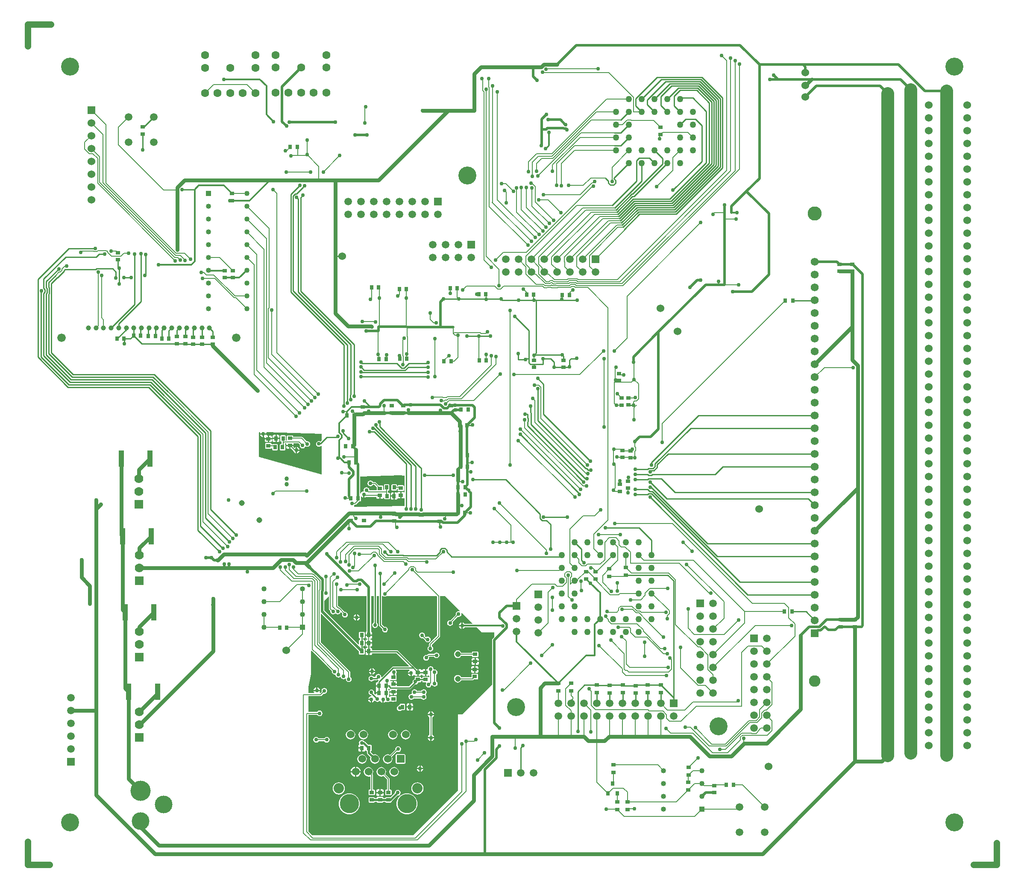
<source format=gbl>
G04 Layer_Physical_Order=2*
G04 Layer_Color=16711680*
%FSLAX25Y25*%
%MOIN*%
G70*
G01*
G75*
%ADD10R,0.03150X0.03543*%
%ADD11R,0.03150X0.03543*%
%ADD22R,0.03543X0.02756*%
%ADD23R,0.02756X0.03543*%
%ADD24R,0.03543X0.03150*%
%ADD30C,0.01200*%
%ADD31C,0.01000*%
%ADD32C,0.00800*%
%ADD33C,0.02000*%
%ADD34C,0.03000*%
%ADD35C,0.01500*%
%ADD36C,0.02500*%
%ADD37C,0.05000*%
%ADD38C,0.06000*%
%ADD39R,0.05905X0.05905*%
%ADD40C,0.05905*%
%ADD41C,0.03937*%
%ADD42C,0.06600*%
%ADD43R,0.05905X0.05905*%
%ADD44C,0.03400*%
%ADD45C,0.04500*%
%ADD46C,0.13780*%
%ADD47C,0.15748*%
%ADD48R,0.06000X0.06000*%
%ADD49C,0.08000*%
%ADD50C,0.15000*%
%ADD51C,0.04000*%
%ADD52R,0.04000X0.04000*%
%ADD53C,0.05000*%
%ADD54C,0.06200*%
%ADD55C,0.11000*%
%ADD56C,0.09000*%
%ADD57R,0.06200X0.06200*%
%ADD58C,0.14000*%
%ADD59C,0.07000*%
%ADD60R,0.07000X0.07000*%
%ADD61R,0.06000X0.06000*%
%ADD62C,0.06299*%
%ADD63C,0.03000*%
%ADD64R,0.04331X0.12992*%
%ADD65C,0.10000*%
G36*
X334244Y195256D02*
X334226Y195160D01*
X333653Y194773D01*
X333300Y194843D01*
X332442Y194672D01*
X331714Y194186D01*
X331228Y193458D01*
X331057Y192600D01*
X331166Y192052D01*
X326914Y187801D01*
X326700Y187843D01*
X325842Y187672D01*
X325114Y187186D01*
X324628Y186458D01*
X324457Y185600D01*
X324628Y184742D01*
X325114Y184014D01*
X325842Y183528D01*
X326700Y183357D01*
X327558Y183528D01*
X328286Y184014D01*
X328772Y184742D01*
X328943Y185600D01*
X328772Y186458D01*
X328761Y186475D01*
X332752Y190466D01*
X333300Y190357D01*
X334158Y190528D01*
X334886Y191014D01*
X335372Y191742D01*
X335543Y192600D01*
X335473Y192953D01*
X335860Y193526D01*
X335956Y193544D01*
X344213Y185287D01*
X344021Y184826D01*
X338121D01*
X337802Y185302D01*
X336976Y185855D01*
X336500Y185950D01*
Y183500D01*
Y181051D01*
X336976Y181145D01*
X337802Y181698D01*
X338121Y182175D01*
X347325D01*
X351200Y178300D01*
X361300D01*
Y174726D01*
X359974Y173400D01*
X359599Y172838D01*
X359467Y172175D01*
Y137567D01*
X336200Y114300D01*
X332800D01*
Y55000D01*
X298000Y20200D01*
Y19900D01*
X218986D01*
X216100Y22786D01*
Y113978D01*
X222956D01*
X223267Y113514D01*
X223994Y113028D01*
X224853Y112857D01*
X225711Y113028D01*
X226439Y113514D01*
X226925Y114242D01*
X227096Y115100D01*
X226925Y115958D01*
X226439Y116686D01*
X225711Y117172D01*
X224853Y117343D01*
X223994Y117172D01*
X223267Y116686D01*
X222956Y116222D01*
X216100D01*
Y128578D01*
X225600D01*
X225600Y128578D01*
X226029Y128664D01*
X226393Y128907D01*
X228005Y130519D01*
X228553Y130410D01*
X229411Y130580D01*
X230139Y131067D01*
X230625Y131794D01*
X230796Y132653D01*
X230625Y133511D01*
X230139Y134239D01*
X229411Y134725D01*
X228553Y134896D01*
X227694Y134725D01*
X226967Y134239D01*
X226481Y133511D01*
X226310Y132653D01*
X226419Y132105D01*
X225342Y131028D01*
X225059Y131062D01*
X224813Y131594D01*
X225002Y131877D01*
X225097Y132353D01*
X220198D01*
X220292Y131877D01*
X220664Y131322D01*
X220396Y130822D01*
X216100D01*
Y136000D01*
X218300Y145700D01*
Y163707D01*
X218800Y163914D01*
X221531Y161183D01*
X221531Y161183D01*
X234456Y148258D01*
X234347Y147710D01*
X234518Y146852D01*
X235004Y146124D01*
X235731Y145638D01*
X236590Y145467D01*
X236829Y145515D01*
X237297Y145098D01*
X237428Y144442D01*
X237914Y143714D01*
X238642Y143228D01*
X239500Y143057D01*
X240358Y143228D01*
X240820Y143536D01*
X241374Y143313D01*
X241428Y143042D01*
X241914Y142314D01*
X242642Y141828D01*
X243500Y141657D01*
X244358Y141828D01*
X244933Y142211D01*
X245387Y141933D01*
X245361Y141805D01*
X245532Y140946D01*
X246019Y140218D01*
X246746Y139732D01*
X247605Y139561D01*
X248463Y139732D01*
X249191Y140218D01*
X249677Y140946D01*
X249848Y141805D01*
X249677Y142663D01*
X249191Y143391D01*
X248726Y143701D01*
Y147195D01*
X248726Y147195D01*
X248641Y147625D01*
X248398Y147988D01*
X225713Y170673D01*
Y192629D01*
X226213Y192836D01*
X255456Y163593D01*
Y161728D01*
X255510Y161455D01*
X255665Y161224D01*
X255896Y161069D01*
X256169Y161015D01*
X259319D01*
X259592Y161069D01*
X259824Y161224D01*
X259978Y161455D01*
X260033Y161728D01*
Y165272D01*
X259978Y165545D01*
X259824Y165776D01*
X259592Y165931D01*
X259319Y165985D01*
X258968D01*
Y167515D01*
X259319D01*
X259592Y167569D01*
X259824Y167724D01*
X259978Y167955D01*
X260033Y168228D01*
Y171772D01*
X259978Y172045D01*
X259824Y172276D01*
X259592Y172431D01*
X259319Y172485D01*
X258968D01*
Y173715D01*
X259319D01*
X259592Y173769D01*
X259824Y173924D01*
X259978Y174155D01*
X260033Y174428D01*
Y177972D01*
X259978Y178245D01*
X259824Y178476D01*
X259592Y178631D01*
X259319Y178685D01*
X256169D01*
X255896Y178631D01*
X255665Y178476D01*
X255510Y178245D01*
X255456Y177972D01*
Y174428D01*
X255510Y174155D01*
X255665Y173924D01*
X255896Y173769D01*
X256169Y173715D01*
X256521D01*
Y172485D01*
X256169D01*
X255896Y172431D01*
X255665Y172276D01*
X255510Y172045D01*
X255456Y171772D01*
Y169149D01*
X254994Y168958D01*
X228433Y195518D01*
Y203133D01*
X231679Y206379D01*
X232178Y206171D01*
Y196700D01*
X232178Y196700D01*
X232264Y196271D01*
X232507Y195907D01*
X233266Y195148D01*
X233157Y194600D01*
X233328Y193742D01*
X233814Y193014D01*
X234542Y192528D01*
X235400Y192357D01*
X236258Y192528D01*
X236986Y193014D01*
X237000Y193035D01*
X237500D01*
X237514Y193014D01*
X238242Y192528D01*
X239100Y192357D01*
X239958Y192528D01*
X240686Y193014D01*
X241172Y193742D01*
X241214Y193953D01*
X241693Y194098D01*
X242610Y193181D01*
X242528Y193058D01*
X242357Y192200D01*
X242528Y191342D01*
X243014Y190614D01*
X243742Y190128D01*
X244600Y189957D01*
X245458Y190128D01*
X246186Y190614D01*
X246672Y191342D01*
X246843Y192200D01*
X246672Y193058D01*
X246186Y193786D01*
X245458Y194272D01*
X244600Y194443D01*
X244533Y194430D01*
X240970Y197993D01*
X240606Y198236D01*
X240177Y198322D01*
X240177Y198322D01*
X240065D01*
X239122Y199265D01*
Y206600D01*
X261523D01*
Y178960D01*
X261291Y178914D01*
X260960Y178693D01*
X260739Y178362D01*
X260662Y177972D01*
Y176700D01*
X263256D01*
X265850D01*
Y177972D01*
X265773Y178362D01*
X265552Y178693D01*
X265221Y178914D01*
X264989Y178960D01*
Y206600D01*
X267076D01*
Y185962D01*
X266514Y185586D01*
X266028Y184858D01*
X265857Y184000D01*
X266028Y183142D01*
X266514Y182414D01*
X267242Y181928D01*
X268100Y181757D01*
X268958Y181928D01*
X269686Y182414D01*
X270172Y183142D01*
X270343Y184000D01*
X270172Y184858D01*
X269686Y185586D01*
X269524Y185695D01*
Y206600D01*
X271076D01*
Y184100D01*
X271170Y183632D01*
X271435Y183235D01*
X273742Y180928D01*
X273657Y180500D01*
X273828Y179642D01*
X274314Y178914D01*
X275042Y178428D01*
X275900Y178257D01*
X276758Y178428D01*
X277486Y178914D01*
X277972Y179642D01*
X278143Y180500D01*
X277972Y181358D01*
X277486Y182086D01*
X276758Y182572D01*
X275900Y182743D01*
X275472Y182658D01*
X273523Y184607D01*
Y206600D01*
X274434D01*
X274842Y206328D01*
X275700Y206157D01*
X276558Y206328D01*
X276966Y206600D01*
X316114D01*
X316579Y206135D01*
Y175865D01*
X310507Y169793D01*
X310264Y169429D01*
X310178Y169000D01*
X310178Y169000D01*
Y167596D01*
X309714Y167286D01*
X309228Y166558D01*
X309057Y165700D01*
X309228Y164842D01*
X309714Y164114D01*
X310442Y163628D01*
X311300Y163457D01*
X312158Y163628D01*
X312886Y164114D01*
X313372Y164842D01*
X313543Y165700D01*
X313372Y166558D01*
X312886Y167286D01*
X312421Y167596D01*
Y168535D01*
X318493Y174607D01*
X318493Y174607D01*
X318736Y174971D01*
X318822Y175400D01*
X318822Y175400D01*
Y206600D01*
X318822Y206600D01*
X322900D01*
X334244Y195256D01*
D02*
G37*
G36*
X178368Y334698D02*
X178589Y334241D01*
X178545Y334175D01*
X178451Y333700D01*
X183350D01*
X183267Y334114D01*
X183355Y334355D01*
X183495Y334607D01*
X226400Y333200D01*
Y328230D01*
X225508Y327339D01*
X225158Y327572D01*
X224300Y327743D01*
X223442Y327572D01*
X222714Y327086D01*
X222228Y326358D01*
X222057Y325500D01*
X222228Y324642D01*
X222714Y323914D01*
X223442Y323428D01*
X224300Y323257D01*
X225158Y323428D01*
X225886Y323914D01*
X225900Y323935D01*
X226400Y323783D01*
Y302013D01*
X226002Y301711D01*
X177500Y315200D01*
Y334338D01*
X177957Y334749D01*
X178368Y334698D01*
D02*
G37*
G36*
X290200Y300500D02*
X291250D01*
Y287805D01*
X290750Y287653D01*
X290693Y287740D01*
X290362Y287961D01*
X289972Y288038D01*
X288700D01*
Y285444D01*
Y282850D01*
X289972D01*
X290362Y282927D01*
X290693Y283148D01*
X290750Y283235D01*
X291250Y283083D01*
Y277070D01*
X251900Y276300D01*
X251849Y277389D01*
X251886Y277414D01*
X252197Y277878D01*
X252600D01*
X252600Y277878D01*
X253029Y277964D01*
X253393Y278207D01*
X255549Y280363D01*
X255549Y280363D01*
X255650Y280515D01*
X256331D01*
X256604Y280569D01*
X256836Y280724D01*
X256990Y280955D01*
X257045Y281228D01*
Y284225D01*
X257544Y284377D01*
X257598Y284298D01*
X258424Y283745D01*
X258900Y283650D01*
Y286100D01*
X259900D01*
Y283650D01*
X260375Y283745D01*
X260941Y284123D01*
X269109D01*
Y283669D01*
X269186Y283279D01*
X269407Y282948D01*
X269738Y282727D01*
X270128Y282650D01*
X271400D01*
Y285244D01*
X272400D01*
Y282650D01*
X273672D01*
X274062Y282727D01*
X274393Y282948D01*
X274614Y283279D01*
X274656Y283491D01*
X275156Y283441D01*
Y283028D01*
X275210Y282755D01*
X275365Y282524D01*
X275596Y282369D01*
X275869Y282315D01*
X279019D01*
X279292Y282369D01*
X279524Y282524D01*
X279678Y282755D01*
X279733Y283028D01*
Y286572D01*
X279678Y286845D01*
X279524Y287076D01*
X279292Y287231D01*
X279019Y287285D01*
X278269D01*
Y288300D01*
X278269Y288300D01*
X278269Y288300D01*
Y289015D01*
X278525D01*
X278798Y289069D01*
X279030Y289224D01*
X279185Y289455D01*
X279239Y289728D01*
Y293272D01*
X279185Y293545D01*
X279030Y293776D01*
X278798Y293931D01*
X278525Y293985D01*
X275769D01*
X275496Y293931D01*
X275265Y293776D01*
X275110Y293545D01*
X275056Y293272D01*
Y289902D01*
X274673Y289546D01*
X274625Y289523D01*
X274385Y289596D01*
Y292331D01*
X274331Y292604D01*
X274176Y292835D01*
X273945Y292990D01*
X273672Y293044D01*
X271198D01*
X268849Y295393D01*
X268485Y295636D01*
X268056Y295722D01*
X268056Y295722D01*
X266396D01*
X266086Y296186D01*
X265358Y296672D01*
X264500Y296843D01*
X263642Y296672D01*
X262914Y296186D01*
X262428Y295458D01*
X262257Y294600D01*
X262428Y293742D01*
X262914Y293014D01*
X263642Y292528D01*
X264500Y292357D01*
X265358Y292528D01*
X266086Y293014D01*
X266396Y293478D01*
X267591D01*
X269415Y291655D01*
Y289203D01*
X263805D01*
X263643Y289400D01*
X263472Y290258D01*
X262986Y290986D01*
X262258Y291472D01*
X261400Y291643D01*
X260542Y291472D01*
X259814Y290986D01*
X259328Y290258D01*
X259157Y289400D01*
X259310Y288631D01*
X258424Y288455D01*
X257598Y287902D01*
X257045Y287075D01*
X256989Y286795D01*
X256489Y286844D01*
Y300067D01*
X288300Y301000D01*
X290200Y300500D01*
D02*
G37*
%LPC*%
G36*
X314164Y113785D02*
X309265D01*
X309360Y113310D01*
X309913Y112483D01*
X310593Y112028D01*
Y98342D01*
X309913Y97887D01*
X309360Y97061D01*
X309265Y96585D01*
X314164D01*
X314070Y97061D01*
X313517Y97887D01*
X312837Y98342D01*
Y112028D01*
X313517Y112483D01*
X314070Y113310D01*
X314164Y113785D01*
D02*
G37*
G36*
X311215Y116735D02*
X310740Y116640D01*
X309913Y116087D01*
X309360Y115260D01*
X309265Y114785D01*
X311215D01*
Y116735D01*
D02*
G37*
G36*
X230400Y96743D02*
X229542Y96572D01*
X228814Y96086D01*
X228503Y95622D01*
X224096D01*
X223786Y96086D01*
X223058Y96572D01*
X222200Y96743D01*
X221342Y96572D01*
X220614Y96086D01*
X220128Y95358D01*
X219957Y94500D01*
X220128Y93642D01*
X220614Y92914D01*
X221342Y92428D01*
X222200Y92257D01*
X223058Y92428D01*
X223786Y92914D01*
X224096Y93378D01*
X228503D01*
X228814Y92914D01*
X229542Y92428D01*
X230400Y92257D01*
X231258Y92428D01*
X231986Y92914D01*
X232472Y93642D01*
X232643Y94500D01*
X232472Y95358D01*
X231986Y96086D01*
X231258Y96572D01*
X230400Y96743D01*
D02*
G37*
G36*
X292000Y102232D02*
X291034Y102105D01*
X290134Y101732D01*
X289361Y101139D01*
X288768Y100366D01*
X288395Y99466D01*
X288268Y98500D01*
X288395Y97534D01*
X288768Y96634D01*
X289361Y95861D01*
X290134Y95268D01*
X291034Y94895D01*
X292000Y94768D01*
X292966Y94895D01*
X293866Y95268D01*
X294639Y95861D01*
X295232Y96634D01*
X295605Y97534D01*
X295732Y98500D01*
X295605Y99466D01*
X295232Y100366D01*
X294639Y101139D01*
X293866Y101732D01*
X292966Y102105D01*
X292000Y102232D01*
D02*
G37*
G36*
X282000D02*
X281034Y102105D01*
X280134Y101732D01*
X279361Y101139D01*
X278768Y100366D01*
X278395Y99466D01*
X278268Y98500D01*
X278395Y97534D01*
X278768Y96634D01*
X279361Y95861D01*
X280134Y95268D01*
X281034Y94895D01*
X282000Y94768D01*
X282966Y94895D01*
X283866Y95268D01*
X284639Y95861D01*
X285232Y96634D01*
X285605Y97534D01*
X285732Y98500D01*
X285605Y99466D01*
X285232Y100366D01*
X284639Y101139D01*
X283866Y101732D01*
X282966Y102105D01*
X282000Y102232D01*
D02*
G37*
G36*
X311215Y95585D02*
X309265D01*
X309360Y95110D01*
X309913Y94283D01*
X310740Y93730D01*
X311215Y93635D01*
Y95585D01*
D02*
G37*
G36*
X257244Y87500D02*
X255150D01*
Y86228D01*
X255227Y85838D01*
X255448Y85507D01*
X255779Y85286D01*
X256169Y85209D01*
X257244D01*
Y87500D01*
D02*
G37*
G36*
X314164Y95585D02*
X312215D01*
Y93635D01*
X312690Y93730D01*
X313517Y94283D01*
X314070Y95110D01*
X314164Y95585D01*
D02*
G37*
G36*
X259000Y102232D02*
X258034Y102105D01*
X257134Y101732D01*
X256361Y101139D01*
X255768Y100366D01*
X255395Y99466D01*
X255268Y98500D01*
X255395Y97534D01*
X255768Y96634D01*
X256361Y95861D01*
X257134Y95268D01*
X258034Y94895D01*
X259000Y94768D01*
X259966Y94895D01*
X260866Y95268D01*
X261639Y95861D01*
X262232Y96634D01*
X262605Y97534D01*
X262732Y98500D01*
X262605Y99466D01*
X262232Y100366D01*
X261639Y101139D01*
X260866Y101732D01*
X259966Y102105D01*
X259000Y102232D01*
D02*
G37*
G36*
X249000D02*
X248034Y102105D01*
X247134Y101732D01*
X246361Y101139D01*
X245768Y100366D01*
X245395Y99466D01*
X245268Y98500D01*
X245395Y97534D01*
X245768Y96634D01*
X246361Y95861D01*
X247134Y95268D01*
X248034Y94895D01*
X249000Y94768D01*
X249966Y94895D01*
X250866Y95268D01*
X251639Y95861D01*
X252232Y96634D01*
X252605Y97534D01*
X252732Y98500D01*
X252605Y99466D01*
X252232Y100366D01*
X251639Y101139D01*
X250866Y101732D01*
X249966Y102105D01*
X249000Y102232D01*
D02*
G37*
G36*
X285191Y131456D02*
X282900D01*
Y129362D01*
X284172D01*
X284562Y129439D01*
X284893Y129660D01*
X285114Y129991D01*
X285191Y130381D01*
Y131456D01*
D02*
G37*
G36*
X281900D02*
X279609D01*
Y130381D01*
X279686Y129991D01*
X279907Y129660D01*
X280238Y129439D01*
X280628Y129362D01*
X281900D01*
Y131456D01*
D02*
G37*
G36*
X264800Y125500D02*
X262850D01*
X262945Y125024D01*
X263498Y124198D01*
X264324Y123645D01*
X264800Y123550D01*
Y125500D01*
D02*
G37*
G36*
X223147Y135302D02*
Y133353D01*
X225097D01*
X225002Y133828D01*
X224450Y134655D01*
X223623Y135208D01*
X223147Y135302D01*
D02*
G37*
G36*
X222147D02*
X221672Y135208D01*
X220845Y134655D01*
X220292Y133828D01*
X220198Y133353D01*
X222147D01*
Y135302D01*
D02*
G37*
G36*
X306200Y133843D02*
X305342Y133672D01*
X304614Y133186D01*
X304304Y132722D01*
X300797D01*
X300486Y133186D01*
X299758Y133672D01*
X298900Y133843D01*
X298042Y133672D01*
X297314Y133186D01*
X296828Y132458D01*
X296657Y131600D01*
X296828Y130742D01*
X296891Y130647D01*
X296613Y130231D01*
X296425Y130268D01*
X295567Y130098D01*
X294839Y129611D01*
X294353Y128884D01*
X294182Y128025D01*
X294353Y127167D01*
X294839Y126439D01*
X295567Y125953D01*
X296425Y125782D01*
X297284Y125953D01*
X298011Y126439D01*
X298238Y126778D01*
X304103D01*
X304414Y126314D01*
X305142Y125828D01*
X306000Y125657D01*
X306858Y125828D01*
X307586Y126314D01*
X308072Y127042D01*
X308243Y127900D01*
X308072Y128758D01*
X307682Y129343D01*
X307707Y129961D01*
X307786Y130014D01*
X308272Y130742D01*
X308443Y131600D01*
X308272Y132458D01*
X307786Y133186D01*
X307058Y133672D01*
X306200Y133843D01*
D02*
G37*
G36*
X294753Y119600D02*
X292855D01*
Y118328D01*
X292933Y117938D01*
X293154Y117607D01*
X293485Y117386D01*
X293875Y117309D01*
X294753D01*
Y119600D01*
D02*
G37*
G36*
X290725Y122585D02*
X287969D01*
X287696Y122531D01*
X287465Y122376D01*
X287310Y122145D01*
X287256Y121872D01*
Y121388D01*
X286508Y121239D01*
X285781Y120753D01*
X285295Y120025D01*
X285124Y119167D01*
X285295Y118308D01*
X285781Y117581D01*
X286508Y117095D01*
X287367Y116924D01*
X288225Y117095D01*
X288953Y117581D01*
X288976Y117615D01*
X290725D01*
X290998Y117669D01*
X291230Y117824D01*
X291385Y118055D01*
X291439Y118328D01*
Y121872D01*
X291385Y122145D01*
X291230Y122376D01*
X290998Y122531D01*
X290725Y122585D01*
D02*
G37*
G36*
X312215Y116735D02*
Y114785D01*
X314164D01*
X314070Y115260D01*
X313517Y116087D01*
X312690Y116640D01*
X312215Y116735D01*
D02*
G37*
G36*
X296631Y122891D02*
X295753D01*
Y120600D01*
X297650D01*
Y121872D01*
X297573Y122262D01*
X297352Y122593D01*
X297021Y122814D01*
X296631Y122891D01*
D02*
G37*
G36*
X294753D02*
X293875D01*
X293485Y122814D01*
X293154Y122593D01*
X292933Y122262D01*
X292855Y121872D01*
Y120600D01*
X294753D01*
Y122891D01*
D02*
G37*
G36*
X297650Y119600D02*
X295753D01*
Y117309D01*
X296631D01*
X297021Y117386D01*
X297352Y117607D01*
X297573Y117938D01*
X297650Y118328D01*
Y119600D01*
D02*
G37*
G36*
X286200Y89443D02*
X285342Y89272D01*
X284614Y88786D01*
X284128Y88058D01*
X283957Y87200D01*
X283983Y87069D01*
X279710Y82796D01*
X278966Y83105D01*
X278000Y83232D01*
X277034Y83105D01*
X276134Y82732D01*
X275361Y82139D01*
X274768Y81366D01*
X274395Y80466D01*
X274268Y79500D01*
X274395Y78534D01*
X274768Y77634D01*
X275361Y76861D01*
X276134Y76268D01*
X277034Y75895D01*
X278000Y75768D01*
X278966Y75895D01*
X279866Y76268D01*
X280639Y76861D01*
X281232Y77634D01*
X281605Y78534D01*
X281732Y79500D01*
X281605Y80466D01*
X281296Y81210D01*
X285265Y85179D01*
X285342Y85128D01*
X286200Y84957D01*
X287058Y85128D01*
X287786Y85614D01*
X288272Y86342D01*
X288443Y87200D01*
X288272Y88058D01*
X287786Y88786D01*
X287058Y89272D01*
X286200Y89443D01*
D02*
G37*
G36*
X239800Y61241D02*
X238573Y61079D01*
X237430Y60605D01*
X236448Y59852D01*
X235695Y58870D01*
X235221Y57727D01*
X235059Y56500D01*
X235221Y55273D01*
X235695Y54130D01*
X236448Y53148D01*
X237430Y52395D01*
X238573Y51921D01*
X239800Y51759D01*
X241027Y51921D01*
X242170Y52395D01*
X243152Y53148D01*
X243905Y54130D01*
X244379Y55273D01*
X244541Y56500D01*
X244379Y57727D01*
X243905Y58870D01*
X243152Y59852D01*
X242170Y60605D01*
X241027Y61079D01*
X239800Y61241D01*
D02*
G37*
G36*
X273000Y73232D02*
X272034Y73105D01*
X271134Y72732D01*
X270361Y72139D01*
X269768Y71366D01*
X269395Y70466D01*
X269268Y69500D01*
X269395Y68534D01*
X269768Y67634D01*
X270361Y66861D01*
X271134Y66268D01*
X272034Y65895D01*
X273000Y65768D01*
X273966Y65895D01*
X274710Y66204D01*
X277379Y63535D01*
Y55545D01*
X276728D01*
X276455Y55490D01*
X276224Y55335D01*
X276069Y55104D01*
X276015Y54831D01*
Y52075D01*
X276069Y51802D01*
X276224Y51570D01*
X276455Y51415D01*
X276728Y51361D01*
X280272D01*
X280545Y51415D01*
X280776Y51570D01*
X280931Y51802D01*
X280985Y52075D01*
Y54831D01*
X280931Y55104D01*
X280776Y55335D01*
X280545Y55490D01*
X280272Y55545D01*
X279622D01*
Y64000D01*
X279536Y64429D01*
X279293Y64793D01*
X279293Y64793D01*
X276296Y67790D01*
X276605Y68534D01*
X276732Y69500D01*
X276605Y70466D01*
X276232Y71366D01*
X275639Y72139D01*
X274866Y72732D01*
X273966Y73105D01*
X273000Y73232D01*
D02*
G37*
G36*
X301200Y61241D02*
X299973Y61079D01*
X298830Y60605D01*
X297848Y59852D01*
X297094Y58870D01*
X296621Y57727D01*
X296459Y56500D01*
X296621Y55273D01*
X297094Y54130D01*
X297848Y53148D01*
X298830Y52395D01*
X299973Y51921D01*
X301200Y51759D01*
X302427Y51921D01*
X303570Y52395D01*
X304552Y53148D01*
X305306Y54130D01*
X305779Y55273D01*
X305941Y56500D01*
X305779Y57727D01*
X305306Y58870D01*
X304552Y59852D01*
X303570Y60605D01*
X302427Y61079D01*
X301200Y61241D01*
D02*
G37*
G36*
X273772Y55850D02*
X272500D01*
Y53756D01*
X274791D01*
Y54831D01*
X274714Y55221D01*
X274493Y55552D01*
X274162Y55773D01*
X273772Y55850D01*
D02*
G37*
G36*
X271500D02*
X270228D01*
X269838Y55773D01*
X269507Y55552D01*
X269286Y55221D01*
X269209Y54831D01*
Y53756D01*
X271500D01*
Y55850D01*
D02*
G37*
G36*
X263000Y73232D02*
X262034Y73105D01*
X261134Y72732D01*
X260361Y72139D01*
X259768Y71366D01*
X259395Y70466D01*
X259268Y69500D01*
X259395Y68534D01*
X259768Y67634D01*
X260361Y66861D01*
X261134Y66268D01*
X262034Y65895D01*
X263000Y65768D01*
X263878Y65884D01*
X264226Y65721D01*
X264378Y65620D01*
Y55545D01*
X263728D01*
X263455Y55490D01*
X263224Y55335D01*
X263069Y55104D01*
X263015Y54831D01*
Y52075D01*
X263069Y51802D01*
X263224Y51570D01*
X263455Y51415D01*
X263728Y51361D01*
X267272D01*
X267545Y51415D01*
X267776Y51570D01*
X267931Y51802D01*
X267985Y52075D01*
Y54831D01*
X267931Y55104D01*
X267776Y55335D01*
X267545Y55490D01*
X267272Y55545D01*
X266621D01*
Y67000D01*
X266536Y67429D01*
X266296Y67789D01*
X266605Y68534D01*
X266732Y69500D01*
X266605Y70466D01*
X266232Y71366D01*
X265639Y72139D01*
X264866Y72732D01*
X263966Y73105D01*
X263000Y73232D01*
D02*
G37*
G36*
X293000Y52740D02*
X291392Y52581D01*
X289847Y52113D01*
X288422Y51351D01*
X287174Y50326D01*
X286149Y49078D01*
X285387Y47653D01*
X284919Y46108D01*
X284760Y44500D01*
X284919Y42893D01*
X285387Y41347D01*
X286149Y39922D01*
X287174Y38674D01*
X288422Y37649D01*
X289847Y36887D01*
X291392Y36419D01*
X293000Y36260D01*
X294607Y36419D01*
X296153Y36887D01*
X297578Y37649D01*
X298826Y38674D01*
X299851Y39922D01*
X300612Y41347D01*
X301081Y42893D01*
X301240Y44500D01*
X301081Y46108D01*
X300612Y47653D01*
X299851Y49078D01*
X298826Y50326D01*
X297578Y51351D01*
X296153Y52113D01*
X294607Y52581D01*
X293000Y52740D01*
D02*
G37*
G36*
X248000D02*
X246392Y52581D01*
X244847Y52113D01*
X243422Y51351D01*
X242174Y50326D01*
X241149Y49078D01*
X240388Y47653D01*
X239919Y46108D01*
X239760Y44500D01*
X239919Y42893D01*
X240388Y41347D01*
X241149Y39922D01*
X242174Y38674D01*
X243422Y37649D01*
X244847Y36887D01*
X246392Y36419D01*
X248000Y36260D01*
X249607Y36419D01*
X251153Y36887D01*
X252578Y37649D01*
X253826Y38674D01*
X254851Y39922D01*
X255612Y41347D01*
X256081Y42893D01*
X256240Y44500D01*
X256081Y46108D01*
X255612Y47653D01*
X254851Y49078D01*
X253826Y50326D01*
X252578Y51351D01*
X251153Y52113D01*
X249607Y52581D01*
X248000Y52740D01*
D02*
G37*
G36*
X271500Y52756D02*
X269209D01*
Y51681D01*
X269286Y51291D01*
X269507Y50960D01*
X269838Y50739D01*
X270228Y50662D01*
X271500D01*
Y52756D01*
D02*
G37*
G36*
X285800Y55443D02*
X284942Y55272D01*
X284214Y54786D01*
X283728Y54058D01*
X283557Y53200D01*
X283582Y53073D01*
X280148Y49639D01*
X276728D01*
X276455Y49584D01*
X276224Y49430D01*
X276069Y49198D01*
X276035Y49026D01*
X274485D01*
Y49319D01*
X274431Y49592D01*
X274276Y49824D01*
X274045Y49978D01*
X273772Y50033D01*
X270228D01*
X269955Y49978D01*
X269724Y49824D01*
X269569Y49592D01*
X269515Y49319D01*
Y49026D01*
X267965D01*
X267931Y49198D01*
X267776Y49430D01*
X267545Y49584D01*
X267272Y49639D01*
X263728D01*
X263455Y49584D01*
X263224Y49430D01*
X263069Y49198D01*
X263015Y48925D01*
Y46169D01*
X263069Y45896D01*
X263224Y45665D01*
X263455Y45510D01*
X263728Y45456D01*
X267272D01*
X267545Y45510D01*
X267776Y45665D01*
X267931Y45896D01*
X267965Y46069D01*
X269535D01*
X269569Y45896D01*
X269724Y45665D01*
X269955Y45510D01*
X270228Y45456D01*
X273772D01*
X274045Y45510D01*
X274276Y45665D01*
X274431Y45896D01*
X274465Y46069D01*
X276035D01*
X276069Y45896D01*
X276224Y45665D01*
X276455Y45510D01*
X276728Y45456D01*
X280272D01*
X280545Y45510D01*
X280776Y45665D01*
X280931Y45896D01*
X280985Y46169D01*
Y46363D01*
X281193Y46502D01*
X285673Y50982D01*
X285800Y50957D01*
X286658Y51128D01*
X287386Y51614D01*
X287872Y52342D01*
X288043Y53200D01*
X287872Y54058D01*
X287386Y54786D01*
X286658Y55272D01*
X285800Y55443D01*
D02*
G37*
G36*
X274791Y52756D02*
X272500D01*
Y50662D01*
X273772D01*
X274162Y50739D01*
X274493Y50960D01*
X274714Y51291D01*
X274791Y51681D01*
Y52756D01*
D02*
G37*
G36*
X252500Y69000D02*
X249031D01*
X249103Y68456D01*
X249506Y67483D01*
X250147Y66647D01*
X250983Y66006D01*
X251956Y65603D01*
X252500Y65531D01*
Y69000D01*
D02*
G37*
G36*
X303700Y74449D02*
Y72500D01*
X305649D01*
X305555Y72975D01*
X305002Y73802D01*
X304175Y74355D01*
X303700Y74449D01*
D02*
G37*
G36*
X302700D02*
X302224Y74355D01*
X301398Y73802D01*
X300845Y72975D01*
X300750Y72500D01*
X302700D01*
Y74449D01*
D02*
G37*
G36*
X258000Y83232D02*
X257034Y83105D01*
X256134Y82732D01*
X255361Y82139D01*
X254768Y81366D01*
X254395Y80466D01*
X254268Y79500D01*
X254395Y78534D01*
X254768Y77634D01*
X255361Y76861D01*
X256134Y76268D01*
X257034Y75895D01*
X258000Y75768D01*
X258966Y75895D01*
X259866Y76268D01*
X260639Y76861D01*
X261232Y77634D01*
X261605Y78534D01*
X261732Y79500D01*
X261605Y80466D01*
X261232Y81366D01*
X260639Y82139D01*
X259866Y82732D01*
X258966Y83105D01*
X258000Y83232D01*
D02*
G37*
G36*
X291000Y83214D02*
X285000D01*
X284727Y83159D01*
X284495Y83005D01*
X284341Y82773D01*
X284286Y82500D01*
Y76500D01*
X284341Y76227D01*
X284495Y75995D01*
X284727Y75841D01*
X285000Y75786D01*
X291000D01*
X291273Y75841D01*
X291505Y75995D01*
X291659Y76227D01*
X291714Y76500D01*
Y82500D01*
X291659Y82773D01*
X291505Y83005D01*
X291273Y83159D01*
X291000Y83214D01*
D02*
G37*
G36*
X257800Y94243D02*
X256942Y94072D01*
X256214Y93586D01*
X255728Y92858D01*
X255557Y92000D01*
X255714Y91211D01*
X255724Y91132D01*
X255525Y90544D01*
X255448Y90493D01*
X255227Y90162D01*
X255150Y89772D01*
Y88500D01*
X257744D01*
Y88000D01*
X258244D01*
Y85209D01*
X259319D01*
X259709Y85286D01*
X260040Y85507D01*
X260261Y85838D01*
X260338Y86228D01*
Y87723D01*
X260838Y87983D01*
X260967Y87893D01*
Y86228D01*
X261022Y85955D01*
X261176Y85724D01*
X261408Y85569D01*
X261681Y85515D01*
X261778D01*
Y84244D01*
X261890Y83678D01*
X262011Y83498D01*
X262211Y83199D01*
X264556Y80853D01*
X264395Y80466D01*
X264268Y79500D01*
X264395Y78534D01*
X264768Y77634D01*
X265361Y76861D01*
X266134Y76268D01*
X267034Y75895D01*
X268000Y75768D01*
X268966Y75895D01*
X269866Y76268D01*
X270639Y76861D01*
X271232Y77634D01*
X271605Y78534D01*
X271732Y79500D01*
X271605Y80466D01*
X271232Y81366D01*
X270639Y82139D01*
X269866Y82732D01*
X268966Y83105D01*
X268000Y83232D01*
X267034Y83105D01*
X266647Y82944D01*
X264734Y84857D01*
Y85515D01*
X264831D01*
X265104Y85569D01*
X265335Y85724D01*
X265490Y85955D01*
X265545Y86228D01*
Y89772D01*
X265490Y90045D01*
X265335Y90276D01*
X265104Y90431D01*
X264831Y90485D01*
X262861D01*
X260301Y93045D01*
X259822Y93366D01*
X259489Y93432D01*
X259386Y93586D01*
X258658Y94072D01*
X257800Y94243D01*
D02*
G37*
G36*
X253500Y73469D02*
Y70000D01*
X256969D01*
X256897Y70544D01*
X256494Y71517D01*
X255853Y72353D01*
X255017Y72994D01*
X254044Y73397D01*
X253500Y73469D01*
D02*
G37*
G36*
X283000Y73232D02*
X282034Y73105D01*
X281134Y72732D01*
X280361Y72139D01*
X279768Y71366D01*
X279395Y70466D01*
X279268Y69500D01*
X279395Y68534D01*
X279768Y67634D01*
X280361Y66861D01*
X281134Y66268D01*
X282034Y65895D01*
X283000Y65768D01*
X283966Y65895D01*
X284866Y66268D01*
X285639Y66861D01*
X286232Y67634D01*
X286605Y68534D01*
X286732Y69500D01*
X286605Y70466D01*
X286232Y71366D01*
X285639Y72139D01*
X284866Y72732D01*
X283966Y73105D01*
X283000Y73232D01*
D02*
G37*
G36*
X256969Y69000D02*
X253500D01*
Y65531D01*
X254044Y65603D01*
X255017Y66006D01*
X255853Y66647D01*
X256494Y67483D01*
X256897Y68456D01*
X256969Y69000D01*
D02*
G37*
G36*
X302700Y71500D02*
X300750D01*
X300845Y71025D01*
X301398Y70198D01*
X302224Y69645D01*
X302700Y69551D01*
Y71500D01*
D02*
G37*
G36*
X252500Y73469D02*
X251956Y73397D01*
X250983Y72994D01*
X250147Y72353D01*
X249506Y71517D01*
X249103Y70544D01*
X249031Y70000D01*
X252500D01*
Y73469D01*
D02*
G37*
G36*
X305649Y71500D02*
X303700D01*
Y69551D01*
X304175Y69645D01*
X305002Y70198D01*
X305555Y71025D01*
X305649Y71500D01*
D02*
G37*
G36*
X284172Y140438D02*
X282900D01*
Y138344D01*
X285191D01*
Y139419D01*
X285114Y139809D01*
X284893Y140140D01*
X284562Y140361D01*
X284172Y140438D01*
D02*
G37*
G36*
X256150Y189500D02*
X254200D01*
Y187550D01*
X254676Y187645D01*
X255502Y188198D01*
X256055Y189024D01*
X256150Y189500D01*
D02*
G37*
G36*
X253200D02*
X251251D01*
X251345Y189024D01*
X251898Y188198D01*
X252725Y187645D01*
X253200Y187550D01*
Y189500D01*
D02*
G37*
G36*
Y192449D02*
X252725Y192355D01*
X251898Y191802D01*
X251345Y190975D01*
X251251Y190500D01*
X253200D01*
Y192449D01*
D02*
G37*
G36*
X254200D02*
Y190500D01*
X256150D01*
X256055Y190975D01*
X255502Y191802D01*
X254676Y192355D01*
X254200Y192449D01*
D02*
G37*
G36*
X265300Y150349D02*
X264825Y150255D01*
X263998Y149702D01*
X263445Y148875D01*
X263351Y148400D01*
X265300D01*
Y150349D01*
D02*
G37*
G36*
X348691Y148856D02*
X346400D01*
Y146762D01*
X347672D01*
X348062Y146839D01*
X348393Y147060D01*
X348614Y147391D01*
X348691Y147781D01*
Y148856D01*
D02*
G37*
G36*
X266300Y150349D02*
Y148400D01*
X268250D01*
X268155Y148875D01*
X267602Y149702D01*
X266775Y150255D01*
X266300Y150349D01*
D02*
G37*
G36*
X345400Y151950D02*
X344128D01*
X343738Y151873D01*
X343407Y151652D01*
X343186Y151321D01*
X343109Y150931D01*
Y149856D01*
X345400D01*
Y151950D01*
D02*
G37*
G36*
X307000Y149594D02*
X305728D01*
X305338Y149517D01*
X305007Y149296D01*
X304786Y148965D01*
X304755Y148807D01*
X304245D01*
X304214Y148965D01*
X303993Y149296D01*
X303662Y149517D01*
X303272Y149594D01*
X302000D01*
Y147000D01*
Y144406D01*
X303272D01*
X303662Y144483D01*
X303993Y144704D01*
X304214Y145035D01*
X304245Y145193D01*
X304755D01*
X304786Y145035D01*
X305007Y144704D01*
X305338Y144483D01*
X305728Y144406D01*
X307000D01*
Y147000D01*
Y149594D01*
D02*
G37*
G36*
X345400Y148856D02*
X343109D01*
Y147781D01*
X343186Y147391D01*
X343407Y147060D01*
X343738Y146839D01*
X344128Y146762D01*
X345400D01*
Y148856D01*
D02*
G37*
G36*
X265850Y169500D02*
X263256D01*
X260662D01*
Y168228D01*
X260739Y167838D01*
X260960Y167507D01*
X261291Y167286D01*
X261681Y167209D01*
X262033D01*
Y166291D01*
X261681D01*
X261291Y166214D01*
X260960Y165993D01*
X260739Y165662D01*
X260662Y165272D01*
Y164000D01*
X263256D01*
Y163500D01*
X263756D01*
Y160709D01*
X264831D01*
X265221Y160786D01*
X265552Y161007D01*
X265773Y161338D01*
X265850Y161728D01*
Y162021D01*
X284749D01*
X294584Y152185D01*
X294393Y151724D01*
X282182D01*
X281713Y151630D01*
X281316Y151365D01*
X273380Y143429D01*
X272927Y143683D01*
X272772Y144458D01*
X272286Y145186D01*
X271558Y145672D01*
X270700Y145843D01*
X269842Y145672D01*
X269114Y145186D01*
X268628Y144458D01*
X268457Y143600D01*
X268394Y143524D01*
X267128D01*
X266886Y143886D01*
X266158Y144372D01*
X265300Y144543D01*
X264442Y144372D01*
X263714Y143886D01*
X263228Y143158D01*
X263057Y142300D01*
X263228Y141442D01*
X263714Y140714D01*
X264442Y140228D01*
X265300Y140057D01*
X266158Y140228D01*
X266886Y140714D01*
X267128Y141077D01*
X269400D01*
X269868Y141170D01*
X270154Y141360D01*
X270528Y141278D01*
X270730Y140779D01*
X270379Y140427D01*
X270114Y140031D01*
X270021Y139562D01*
Y139291D01*
X269669D01*
X269279Y139214D01*
X268948Y138993D01*
X268727Y138662D01*
X268650Y138272D01*
Y137000D01*
X271244D01*
Y136000D01*
X268650D01*
Y134728D01*
X268727Y134338D01*
X268948Y134007D01*
Y133493D01*
X268727Y133162D01*
X268650Y132772D01*
Y131500D01*
X271244D01*
Y130500D01*
X268650D01*
Y130034D01*
X268188Y129843D01*
X267375Y130655D01*
X267543Y131500D01*
X267372Y132358D01*
X266886Y133086D01*
X266158Y133572D01*
X265300Y133743D01*
X264442Y133572D01*
X263714Y133086D01*
X263228Y132358D01*
X263057Y131500D01*
X263228Y130642D01*
X263714Y129914D01*
X264442Y129428D01*
X265220Y129273D01*
X265375Y129035D01*
X265358Y128926D01*
X265144Y128518D01*
X264324Y128355D01*
X263498Y127802D01*
X262945Y126976D01*
X262850Y126500D01*
X265300D01*
Y126000D01*
X265800D01*
Y123550D01*
X266276Y123645D01*
X267102Y124198D01*
X267625Y124979D01*
X267873Y125040D01*
X268172Y125060D01*
X268383Y124745D01*
X269110Y124259D01*
X269969Y124088D01*
X270827Y124259D01*
X271555Y124745D01*
X271597Y124809D01*
X272160Y124752D01*
X272598Y124098D01*
X273425Y123545D01*
X273900Y123451D01*
Y125900D01*
X274900D01*
Y123451D01*
X275376Y123545D01*
X276202Y124098D01*
X276219Y124123D01*
X276907Y124251D01*
X277242Y124028D01*
X278100Y123857D01*
X278958Y124028D01*
X279535Y124413D01*
X280124Y124365D01*
X280355Y124210D01*
X280628Y124156D01*
X281603D01*
X282100Y124057D01*
X282597Y124156D01*
X284172D01*
X284445Y124210D01*
X284676Y124365D01*
X284831Y124596D01*
X284885Y124869D01*
Y128019D01*
X284831Y128292D01*
X284676Y128524D01*
X284445Y128678D01*
X284172Y128733D01*
X280628D01*
X280355Y128678D01*
X280124Y128524D01*
X279969Y128292D01*
X279935Y128121D01*
X279667Y127944D01*
X279415Y127867D01*
X278958Y128172D01*
X278921Y128180D01*
X278816Y128710D01*
X278836Y128724D01*
X278990Y128955D01*
X279045Y129228D01*
Y132772D01*
X278990Y133045D01*
X278836Y133276D01*
X278604Y133431D01*
X278331Y133485D01*
X277979D01*
Y134015D01*
X278331D01*
X278604Y134069D01*
X278836Y134224D01*
X279375Y134131D01*
X279454Y134079D01*
X279663Y133939D01*
X279663Y133939D01*
X279609Y133531D01*
Y132456D01*
X285191D01*
Y133531D01*
X285450Y133846D01*
X295069D01*
X295537Y133939D01*
X295934Y134204D01*
X299375Y137645D01*
X299636Y137593D01*
X300495Y137764D01*
X301222Y138250D01*
X301709Y138978D01*
X301753Y139200D01*
X303272D01*
X303545Y139254D01*
X303776Y139409D01*
X303931Y139640D01*
X303985Y139913D01*
Y140277D01*
X305015D01*
Y139913D01*
X305069Y139640D01*
X305224Y139409D01*
X305455Y139254D01*
X305728Y139200D01*
X307788D01*
X308056Y138700D01*
X307828Y138358D01*
X307657Y137500D01*
X307828Y136642D01*
X308314Y135914D01*
X309042Y135428D01*
X309900Y135257D01*
X310758Y135428D01*
X311486Y135914D01*
X311972Y136642D01*
X312094Y137253D01*
X312615Y137311D01*
X313014Y136714D01*
X313742Y136228D01*
X314600Y136057D01*
X315458Y136228D01*
X316186Y136714D01*
X316672Y137442D01*
X316843Y138300D01*
X316672Y139158D01*
X316186Y139886D01*
X315722Y140197D01*
Y145303D01*
X316186Y145614D01*
X316672Y146342D01*
X316843Y147200D01*
X316672Y148058D01*
X316186Y148786D01*
X315458Y149272D01*
X314600Y149443D01*
X314185Y149361D01*
X313743Y149700D01*
X313572Y150558D01*
X313086Y151286D01*
X312358Y151772D01*
X311500Y151943D01*
X310642Y151772D01*
X309914Y151286D01*
X309428Y150558D01*
X309257Y149700D01*
X308768Y149594D01*
X308000D01*
Y147000D01*
Y144406D01*
X309272D01*
X309662Y144483D01*
X309878Y144628D01*
X310273Y144488D01*
X310379Y144406D01*
Y143498D01*
X310225Y143442D01*
X309878Y143415D01*
X309776Y143568D01*
X309545Y143722D01*
X309272Y143777D01*
X305728D01*
X305455Y143722D01*
X305224Y143568D01*
X305069Y143336D01*
X305015Y143063D01*
Y142724D01*
X303985D01*
Y143063D01*
X303931Y143336D01*
X303776Y143568D01*
X303545Y143722D01*
X303272Y143777D01*
X299728D01*
X299455Y143722D01*
X299224Y143568D01*
X299069Y143336D01*
X299015Y143063D01*
Y141956D01*
X298778Y141909D01*
X298050Y141422D01*
X297564Y140695D01*
X297393Y139836D01*
X297511Y139242D01*
X294562Y136293D01*
X285191D01*
Y137344D01*
X282400D01*
Y137844D01*
X281900D01*
Y140438D01*
X280628D01*
X280409Y140395D01*
X279951Y140682D01*
X279930Y140807D01*
X280032Y140924D01*
X280119Y140978D01*
X280438Y141105D01*
X280628Y141068D01*
X284172D01*
X284445Y141122D01*
X284676Y141277D01*
X284831Y141508D01*
X284885Y141781D01*
Y144931D01*
X284831Y145204D01*
X284676Y145436D01*
X284599Y146025D01*
X284604Y146040D01*
X284872Y146442D01*
X285043Y147300D01*
X284872Y148158D01*
X284459Y148776D01*
X284633Y149276D01*
X294906D01*
X295058Y148776D01*
X294498Y148402D01*
X293945Y147575D01*
X293850Y147100D01*
X296300D01*
Y146600D01*
X296800D01*
Y144150D01*
X297275Y144245D01*
X298102Y144798D01*
X298273Y145053D01*
X298538Y145044D01*
X298824Y144978D01*
X299007Y144704D01*
X299338Y144483D01*
X299728Y144406D01*
X301000D01*
Y147000D01*
Y149594D01*
X300636D01*
X298865Y151365D01*
X286121Y164109D01*
X285724Y164374D01*
X285256Y164468D01*
X265850D01*
Y165272D01*
X265773Y165662D01*
X265552Y165993D01*
X265221Y166214D01*
X264831Y166291D01*
X264479D01*
Y167209D01*
X264831D01*
X265221Y167286D01*
X265552Y167507D01*
X265773Y167838D01*
X265850Y168228D01*
Y169500D01*
D02*
G37*
G36*
X347672Y146133D02*
X344128D01*
X343855Y146078D01*
X343624Y145924D01*
X343469Y145692D01*
X343415Y145419D01*
Y143222D01*
X335429D01*
X335277Y143588D01*
X334804Y144204D01*
X334188Y144677D01*
X333470Y144974D01*
X332700Y145076D01*
X331930Y144974D01*
X331212Y144677D01*
X330596Y144204D01*
X330123Y143588D01*
X329826Y142870D01*
X329725Y142100D01*
X329826Y141330D01*
X330123Y140612D01*
X330596Y139996D01*
X331212Y139523D01*
X331930Y139226D01*
X332700Y139125D01*
X333470Y139226D01*
X334188Y139523D01*
X334804Y139996D01*
X335277Y140612D01*
X335429Y140978D01*
X344156D01*
X344156Y140978D01*
X344585Y141064D01*
X344949Y141307D01*
X345198Y141556D01*
X347672D01*
X347945Y141610D01*
X348176Y141765D01*
X348331Y141996D01*
X348385Y142269D01*
Y145419D01*
X348331Y145692D01*
X348176Y145924D01*
X347945Y146078D01*
X347672Y146133D01*
D02*
G37*
G36*
X295800Y146100D02*
X293850D01*
X293945Y145624D01*
X294498Y144798D01*
X295324Y144245D01*
X295800Y144150D01*
Y146100D01*
D02*
G37*
G36*
X268250Y147400D02*
X266300D01*
Y145450D01*
X266775Y145545D01*
X267602Y146098D01*
X268155Y146924D01*
X268250Y147400D01*
D02*
G37*
G36*
X265300D02*
X263351D01*
X263445Y146924D01*
X263998Y146098D01*
X264825Y145545D01*
X265300Y145450D01*
Y147400D01*
D02*
G37*
G36*
X347672Y151950D02*
X346400D01*
Y149856D01*
X348691D01*
Y150931D01*
X348614Y151321D01*
X348393Y151652D01*
X348062Y151873D01*
X347672Y151950D01*
D02*
G37*
G36*
X265850Y175700D02*
X263256D01*
X260662D01*
Y174428D01*
X260739Y174038D01*
X260960Y173707D01*
X261291Y173486D01*
X261681Y173409D01*
X262135D01*
Y172791D01*
X261681D01*
X261291Y172714D01*
X260960Y172493D01*
X260739Y172162D01*
X260662Y171772D01*
Y170500D01*
X263256D01*
X265850D01*
Y171772D01*
X265773Y172162D01*
X265552Y172493D01*
X265221Y172714D01*
X264831Y172791D01*
X264378D01*
Y173409D01*
X264831D01*
X265221Y173486D01*
X265552Y173707D01*
X265773Y174038D01*
X265850Y174428D01*
Y175700D01*
D02*
G37*
G36*
X316100Y162643D02*
X315242Y162472D01*
X314514Y161986D01*
X314204Y161522D01*
X309900D01*
X309900Y161522D01*
X309471Y161436D01*
X309107Y161193D01*
X309107Y161193D01*
X308553Y160640D01*
X308005Y160749D01*
X307147Y160578D01*
X306419Y160091D01*
X305933Y159364D01*
X305762Y158505D01*
X305933Y157647D01*
X306419Y156919D01*
X307147Y156433D01*
X308005Y156262D01*
X308864Y156433D01*
X309592Y156919D01*
X310078Y157647D01*
X310248Y158505D01*
X310179Y158855D01*
X310545Y159278D01*
X314204D01*
X314514Y158814D01*
X315242Y158328D01*
X316100Y158157D01*
X316958Y158328D01*
X317686Y158814D01*
X318172Y159542D01*
X318343Y160400D01*
X318172Y161258D01*
X317686Y161986D01*
X316958Y162472D01*
X316100Y162643D01*
D02*
G37*
G36*
X304800Y178243D02*
X303942Y178072D01*
X303214Y177586D01*
X302728Y176858D01*
X302557Y176000D01*
X302728Y175142D01*
X303214Y174414D01*
X303942Y173928D01*
X304800Y173757D01*
X305348Y173866D01*
X307207Y172007D01*
X307207Y172007D01*
X307216Y172001D01*
X307228Y171942D01*
X307714Y171214D01*
X308442Y170728D01*
X309300Y170557D01*
X310158Y170728D01*
X310886Y171214D01*
X311372Y171942D01*
X311543Y172800D01*
X311372Y173658D01*
X310886Y174386D01*
X310158Y174872D01*
X309300Y175043D01*
X308442Y174872D01*
X307885Y174501D01*
X306934Y175452D01*
X307043Y176000D01*
X306872Y176858D01*
X306386Y177586D01*
X305658Y178072D01*
X304800Y178243D01*
D02*
G37*
G36*
X335500Y185950D02*
X335024Y185855D01*
X334198Y185302D01*
X333645Y184476D01*
X333551Y184000D01*
X335500D01*
Y185950D01*
D02*
G37*
G36*
Y183000D02*
X333551D01*
X333645Y182525D01*
X334198Y181698D01*
X335024Y181145D01*
X335500Y181051D01*
Y183000D01*
D02*
G37*
G36*
X262756Y163000D02*
X260662D01*
Y161728D01*
X260739Y161338D01*
X260960Y161007D01*
X261291Y160786D01*
X261681Y160709D01*
X262756D01*
Y163000D01*
D02*
G37*
G36*
X348991Y155144D02*
X346700D01*
Y153050D01*
X347972D01*
X348362Y153127D01*
X348693Y153348D01*
X348914Y153679D01*
X348991Y154069D01*
Y155144D01*
D02*
G37*
G36*
X345700D02*
X343409D01*
Y154069D01*
X343486Y153679D01*
X343707Y153348D01*
X344038Y153127D01*
X344428Y153050D01*
X345700D01*
Y155144D01*
D02*
G37*
G36*
Y158238D02*
X344428D01*
X344038Y158161D01*
X343707Y157940D01*
X343486Y157609D01*
X343409Y157219D01*
Y156144D01*
X345700D01*
Y158238D01*
D02*
G37*
G36*
X332700Y164276D02*
X331930Y164174D01*
X331212Y163877D01*
X330596Y163404D01*
X330123Y162788D01*
X329826Y162070D01*
X329725Y161300D01*
X329826Y160530D01*
X330123Y159812D01*
X330596Y159196D01*
X331212Y158723D01*
X331930Y158426D01*
X332700Y158325D01*
X333470Y158426D01*
X334188Y158723D01*
X334804Y159196D01*
X335277Y159812D01*
X335369Y160034D01*
X343715D01*
Y159581D01*
X343769Y159308D01*
X343924Y159076D01*
X344155Y158922D01*
X344428Y158868D01*
X347972D01*
X348245Y158922D01*
X348476Y159076D01*
X348631Y159308D01*
X348685Y159581D01*
Y162731D01*
X348631Y163004D01*
X348476Y163235D01*
X348245Y163390D01*
X347972Y163444D01*
X344428D01*
X344155Y163390D01*
X343924Y163235D01*
X343769Y163004D01*
X343715Y162731D01*
Y162277D01*
X335488D01*
X335277Y162788D01*
X334804Y163404D01*
X334188Y163877D01*
X333470Y164174D01*
X332700Y164276D01*
D02*
G37*
G36*
X347972Y158238D02*
X346700D01*
Y156144D01*
X348991D01*
Y157219D01*
X348914Y157609D01*
X348693Y157940D01*
X348362Y158161D01*
X347972Y158238D01*
D02*
G37*
G36*
X204491Y323800D02*
X202200D01*
Y321706D01*
X202708D01*
X204335Y320079D01*
X204445Y319525D01*
X204998Y318698D01*
X205824Y318145D01*
X206300Y318051D01*
Y320500D01*
Y322950D01*
X205824Y322855D01*
X205169Y322417D01*
X204491Y323095D01*
Y323800D01*
D02*
G37*
G36*
X186672Y326233D02*
X183128D01*
X182855Y326178D01*
X182624Y326024D01*
X182469Y325792D01*
X182415Y325519D01*
Y322369D01*
X182469Y322096D01*
X182624Y321865D01*
X182855Y321710D01*
X183128Y321656D01*
X186672D01*
X186945Y321710D01*
X187176Y321865D01*
X187331Y322096D01*
X187385Y322369D01*
Y322823D01*
X187955D01*
Y321128D01*
X188010Y320855D01*
X188165Y320624D01*
X188396Y320469D01*
X188669Y320415D01*
X191425D01*
X191698Y320469D01*
X191930Y320624D01*
X192085Y320855D01*
X192139Y321128D01*
Y324672D01*
X192085Y324945D01*
X191930Y325176D01*
X191698Y325331D01*
X191425Y325385D01*
X188669D01*
X188396Y325331D01*
X188165Y325176D01*
X188091Y325066D01*
X187385D01*
Y325519D01*
X187331Y325792D01*
X187176Y326024D01*
X186945Y326178D01*
X186672Y326233D01*
D02*
G37*
G36*
X209249Y320000D02*
X207300D01*
Y318051D01*
X207775Y318145D01*
X208602Y318698D01*
X209155Y319525D01*
X209249Y320000D01*
D02*
G37*
G36*
X207300Y322950D02*
Y321000D01*
X209249D01*
X209155Y321476D01*
X208602Y322302D01*
X207775Y322855D01*
X207300Y322950D01*
D02*
G37*
G36*
X186672Y332050D02*
X185400D01*
Y329956D01*
X187691D01*
Y331031D01*
X187614Y331421D01*
X187393Y331752D01*
X187062Y331973D01*
X186672Y332050D01*
D02*
G37*
G36*
X183350Y332700D02*
X181400D01*
Y330750D01*
X181609Y330792D01*
X182109Y330445D01*
Y329956D01*
X184400D01*
Y332050D01*
X183694D01*
X183320Y332550D01*
X183350Y332700D01*
D02*
G37*
G36*
X190311Y332491D02*
X189237D01*
X188846Y332414D01*
X188516Y332193D01*
X188295Y331862D01*
X188217Y331472D01*
Y330200D01*
X190311D01*
Y332491D01*
D02*
G37*
G36*
X180400Y332700D02*
X178451D01*
X178545Y332224D01*
X179098Y331398D01*
X179924Y330845D01*
X180400Y330750D01*
Y332700D01*
D02*
G37*
G36*
X192386Y332491D02*
X191311D01*
Y330200D01*
X193406D01*
Y331472D01*
X193328Y331862D01*
X193107Y332193D01*
X192776Y332414D01*
X192386Y332491D01*
D02*
G37*
G36*
X193406Y329200D02*
X191311D01*
Y326909D01*
X192386D01*
X192776Y326986D01*
X193107Y327207D01*
X193328Y327538D01*
X193406Y327928D01*
Y329200D01*
D02*
G37*
G36*
X197898Y332185D02*
X194749D01*
X194475Y332131D01*
X194244Y331976D01*
X194089Y331745D01*
X194035Y331472D01*
Y327928D01*
X194089Y327655D01*
X194244Y327424D01*
X194475Y327269D01*
X194749Y327215D01*
X195202D01*
Y326200D01*
X195202Y326200D01*
X195202Y326200D01*
Y325385D01*
X194575D01*
X194302Y325331D01*
X194070Y325176D01*
X193915Y324945D01*
X193861Y324672D01*
Y321128D01*
X193915Y320855D01*
X194070Y320624D01*
X194302Y320469D01*
X194575Y320415D01*
X197331D01*
X197604Y320469D01*
X197835Y320624D01*
X197990Y320855D01*
X198045Y321128D01*
Y324672D01*
X197990Y324945D01*
X197835Y325176D01*
X197784Y325211D01*
X197886Y325733D01*
X198061Y325853D01*
X198909D01*
Y324800D01*
X204491D01*
Y325853D01*
X208361D01*
X209466Y324748D01*
X209357Y324200D01*
X209528Y323342D01*
X210014Y322614D01*
X210742Y322128D01*
X211600Y321957D01*
X212458Y322128D01*
X213186Y322614D01*
X213626Y323272D01*
X213818Y323402D01*
X214134Y323533D01*
X214442Y323328D01*
X215300Y323157D01*
X216158Y323328D01*
X216886Y323814D01*
X217372Y324542D01*
X217543Y325400D01*
X217372Y326258D01*
X216886Y326986D01*
X216158Y327472D01*
X215300Y327643D01*
X214669Y327518D01*
X211581Y330605D01*
X211217Y330848D01*
X210788Y330933D01*
X210788Y330933D01*
X204185D01*
Y331387D01*
X204131Y331660D01*
X203976Y331891D01*
X203745Y332046D01*
X203472Y332100D01*
X199928D01*
X199655Y332046D01*
X199424Y331891D01*
X199269Y331660D01*
X199215Y331387D01*
Y328237D01*
X199099Y328096D01*
X198612D01*
Y331472D01*
X198558Y331745D01*
X198403Y331976D01*
X198171Y332131D01*
X197898Y332185D01*
D02*
G37*
G36*
X201200Y323800D02*
X198909D01*
Y322725D01*
X198986Y322335D01*
X199207Y322004D01*
X199538Y321783D01*
X199928Y321706D01*
X201200D01*
Y323800D01*
D02*
G37*
G36*
X184400Y328956D02*
X182109D01*
Y327881D01*
X182186Y327491D01*
X182407Y327160D01*
X182738Y326939D01*
X183128Y326862D01*
X184400D01*
Y328956D01*
D02*
G37*
G36*
X190311Y329200D02*
X188217D01*
Y327928D01*
X188295Y327538D01*
X188516Y327207D01*
X188846Y326986D01*
X189237Y326909D01*
X190311D01*
Y329200D01*
D02*
G37*
G36*
X187691Y328956D02*
X185400D01*
Y326862D01*
X186672D01*
X187062Y326939D01*
X187393Y327160D01*
X187614Y327491D01*
X187691Y327881D01*
Y328956D01*
D02*
G37*
G36*
X284431Y293985D02*
X281675D01*
X281402Y293931D01*
X281170Y293776D01*
X281015Y293545D01*
X280961Y293272D01*
Y289728D01*
X281015Y289455D01*
X281170Y289224D01*
X281402Y289069D01*
X281675Y289015D01*
X284431D01*
X284704Y289069D01*
X284935Y289224D01*
X285090Y289455D01*
X285144Y289728D01*
Y290378D01*
X285715D01*
Y289381D01*
X285769Y289108D01*
X285924Y288877D01*
X286155Y288722D01*
X286428Y288667D01*
X289972D01*
X290245Y288722D01*
X290476Y288877D01*
X290631Y289108D01*
X290685Y289381D01*
Y292531D01*
X290631Y292804D01*
X290476Y293036D01*
X290245Y293190D01*
X289972Y293245D01*
X286428D01*
X286155Y293190D01*
X285924Y293036D01*
X285769Y292804D01*
X285733Y292621D01*
X285144D01*
Y293272D01*
X285090Y293545D01*
X284935Y293776D01*
X284704Y293931D01*
X284431Y293985D01*
D02*
G37*
G36*
X287700Y288038D02*
X286428D01*
X286038Y287961D01*
X285707Y287740D01*
X285617Y287604D01*
X285400Y287419D01*
X284988Y287469D01*
X284921Y287514D01*
X284531Y287591D01*
X283456D01*
Y284800D01*
Y282009D01*
X284531D01*
X284921Y282086D01*
X285252Y282307D01*
X285473Y282638D01*
X285484Y282696D01*
X286038Y282927D01*
X286428Y282850D01*
X287700D01*
Y285444D01*
Y288038D01*
D02*
G37*
G36*
X282456Y287591D02*
X281381D01*
X280991Y287514D01*
X280660Y287293D01*
X280439Y286962D01*
X280362Y286572D01*
Y285300D01*
X282456D01*
Y287591D01*
D02*
G37*
G36*
Y284300D02*
X280362D01*
Y283028D01*
X280439Y282638D01*
X280660Y282307D01*
X280991Y282086D01*
X281381Y282009D01*
X282456D01*
Y284300D01*
D02*
G37*
%LPD*%
D10*
X335244Y352300D02*
D03*
X340756D02*
D03*
X250756Y323500D02*
D03*
X245244D02*
D03*
X253256Y311000D02*
D03*
X247744D02*
D03*
X340256Y307500D02*
D03*
X334744D02*
D03*
Y316500D02*
D03*
X340256D02*
D03*
X339756Y340000D02*
D03*
X334244D02*
D03*
X254756Y283000D02*
D03*
X249244D02*
D03*
X257744Y176200D02*
D03*
X263256D02*
D03*
X276756Y131000D02*
D03*
X271244D02*
D03*
X276756Y136500D02*
D03*
X271244D02*
D03*
X257744Y170000D02*
D03*
X263256D02*
D03*
X257744Y163500D02*
D03*
X263256D02*
D03*
Y88000D02*
D03*
X257744D02*
D03*
X66744Y407500D02*
D03*
X72256D02*
D03*
X107256D02*
D03*
X101744D02*
D03*
X96756Y409500D02*
D03*
X91244D02*
D03*
X85256Y410000D02*
D03*
X79744D02*
D03*
X277444Y284800D02*
D03*
X282956D02*
D03*
X332844Y286100D02*
D03*
X338356D02*
D03*
X327456Y389900D02*
D03*
X321944D02*
D03*
X193644Y182000D02*
D03*
X199156D02*
D03*
X201844Y557200D02*
D03*
X207356D02*
D03*
X332844Y291700D02*
D03*
X338356D02*
D03*
X265444Y447600D02*
D03*
X270956D02*
D03*
X251756Y347500D02*
D03*
X246244D02*
D03*
X332744Y271500D02*
D03*
X338256D02*
D03*
X190811Y329700D02*
D03*
X196323D02*
D03*
X287044Y446300D02*
D03*
X292556D02*
D03*
X287444Y391900D02*
D03*
X292956D02*
D03*
X276756Y391600D02*
D03*
X271244D02*
D03*
X349444Y390600D02*
D03*
X354956D02*
D03*
X326744Y446900D02*
D03*
X332256D02*
D03*
X349000Y442300D02*
D03*
X354512D02*
D03*
X386344Y441900D02*
D03*
X391856D02*
D03*
X419756Y441500D02*
D03*
X414244D02*
D03*
D11*
X457240Y52563D02*
D03*
X449760D02*
D03*
X453500Y60437D02*
D03*
D22*
X457000Y40047D02*
D03*
Y45953D02*
D03*
X465000Y40047D02*
D03*
Y45953D02*
D03*
X454000Y74953D02*
D03*
Y69047D02*
D03*
X450900Y227853D02*
D03*
Y221947D02*
D03*
X463800Y228853D02*
D03*
Y222947D02*
D03*
X265500Y53453D02*
D03*
Y47547D02*
D03*
X278500Y53453D02*
D03*
Y47547D02*
D03*
X86700Y573053D02*
D03*
Y567147D02*
D03*
X411000Y132647D02*
D03*
Y138553D02*
D03*
X421200Y132647D02*
D03*
Y138553D02*
D03*
X491000Y131447D02*
D03*
Y137353D02*
D03*
X480800Y131247D02*
D03*
Y137153D02*
D03*
X471400Y130847D02*
D03*
Y136753D02*
D03*
X461400Y131247D02*
D03*
Y137153D02*
D03*
X451200Y131047D02*
D03*
Y136953D02*
D03*
X441000Y131247D02*
D03*
Y137153D02*
D03*
X512600Y55447D02*
D03*
Y61353D02*
D03*
X512800Y67047D02*
D03*
Y72953D02*
D03*
D23*
X547953Y59300D02*
D03*
X542047D02*
D03*
X593406Y194500D02*
D03*
X587500D02*
D03*
X289347Y120100D02*
D03*
X295253D02*
D03*
X283053Y291500D02*
D03*
X277147D02*
D03*
X190047Y322900D02*
D03*
X195953D02*
D03*
X588147Y437300D02*
D03*
X594053D02*
D03*
D24*
X327500Y349744D02*
D03*
Y355256D02*
D03*
X465500Y290944D02*
D03*
Y296456D02*
D03*
X415000Y385244D02*
D03*
Y390756D02*
D03*
X459000Y288344D02*
D03*
Y293856D02*
D03*
X461200Y320456D02*
D03*
Y314944D02*
D03*
X318500Y270500D02*
D03*
Y264988D02*
D03*
X467500Y320000D02*
D03*
Y314488D02*
D03*
X301500Y141488D02*
D03*
Y147000D02*
D03*
X307500Y141488D02*
D03*
Y147000D02*
D03*
X631500Y182744D02*
D03*
Y188256D02*
D03*
X630500Y465756D02*
D03*
Y460244D02*
D03*
X272000Y47744D02*
D03*
Y53256D02*
D03*
X642500Y182744D02*
D03*
Y188256D02*
D03*
X640500Y465756D02*
D03*
Y460244D02*
D03*
X282400Y126444D02*
D03*
Y131956D02*
D03*
Y143356D02*
D03*
Y137844D02*
D03*
X345900Y143844D02*
D03*
Y149356D02*
D03*
X346200Y161156D02*
D03*
Y155644D02*
D03*
X440100Y220044D02*
D03*
Y225556D02*
D03*
X67500Y469144D02*
D03*
Y474656D02*
D03*
X113500Y403744D02*
D03*
Y409256D02*
D03*
X120000Y403744D02*
D03*
Y409256D02*
D03*
X126000Y403244D02*
D03*
Y408756D02*
D03*
X133000Y403244D02*
D03*
Y408756D02*
D03*
X141500Y403244D02*
D03*
Y408756D02*
D03*
X157100Y460656D02*
D03*
Y455144D02*
D03*
X150800Y460656D02*
D03*
Y455144D02*
D03*
X288200Y290956D02*
D03*
Y285444D02*
D03*
X156600Y520856D02*
D03*
Y515344D02*
D03*
X465800Y355844D02*
D03*
Y361356D02*
D03*
X259500Y271256D02*
D03*
Y265744D02*
D03*
X490700Y567088D02*
D03*
Y572600D02*
D03*
X281000Y349744D02*
D03*
Y355256D02*
D03*
X258500Y348744D02*
D03*
Y354256D02*
D03*
X290000Y349744D02*
D03*
Y355256D02*
D03*
X249000Y271256D02*
D03*
Y265744D02*
D03*
X392200Y385188D02*
D03*
Y390700D02*
D03*
X432900Y220044D02*
D03*
Y225556D02*
D03*
X271900Y290756D02*
D03*
Y285244D02*
D03*
X201700Y329812D02*
D03*
Y324300D02*
D03*
X184900Y329456D02*
D03*
Y323944D02*
D03*
X532700Y58756D02*
D03*
Y53244D02*
D03*
X458500Y380356D02*
D03*
Y374844D02*
D03*
X460600Y361300D02*
D03*
Y355788D02*
D03*
X283000Y270756D02*
D03*
Y265244D02*
D03*
D30*
X403900Y558600D02*
Y568700D01*
X156600Y515344D02*
X170244D01*
X154644D02*
X156600D01*
X157100Y455144D02*
X162144D01*
X150800D02*
X157100D01*
X443800Y188700D02*
Y209144D01*
X199000Y573600D02*
Y573800D01*
X138344Y460656D02*
X150800D01*
X99000Y465300D02*
X124800D01*
X127400Y467900D01*
Y524100D01*
X130600Y527300D01*
X246244Y347500D02*
Y350804D01*
X244140Y311000D02*
X247744D01*
X241000Y314140D02*
X244140Y311000D01*
X411000Y138553D02*
X432747Y160300D01*
X439600D01*
Y184500D01*
X443800Y188700D01*
X436244Y216700D02*
X443800Y209144D01*
X432900Y220044D02*
X436244Y216700D01*
X130600Y527300D02*
X150156D01*
X156600Y520856D01*
X162144Y455144D02*
X168000Y461000D01*
X138000D02*
X138344Y460656D01*
X546156Y506000D02*
X550500D01*
X246244Y350804D02*
X249696Y354256D01*
X258500D01*
X170244Y515344D02*
X186100Y531200D01*
X240300Y341556D02*
X246244Y347500D01*
X240300Y314840D02*
Y328440D01*
X242000Y330140D01*
X240300Y314840D02*
X240740Y314400D01*
X183400Y582500D02*
X188800Y577100D01*
X183400Y582500D02*
Y604893D01*
X178293Y610000D02*
X183400Y604893D01*
X150000Y610000D02*
X178293D01*
X336000Y183500D02*
X367400D01*
X378500Y171053D02*
Y179000D01*
Y171053D02*
X411000Y138553D01*
X242000Y330140D02*
Y332460D01*
X240300Y334160D02*
X242000Y332460D01*
X240300Y334160D02*
Y341556D01*
D31*
X212200Y526082D02*
Y526900D01*
X282800Y144800D02*
X283322Y144278D01*
X309482Y381581D02*
X309482Y381582D01*
X309200Y381300D02*
X309482Y381581D01*
Y377882D02*
X309482Y377882D01*
X309481Y377881D02*
X309482Y377882D01*
X421100Y392100D02*
X425500D01*
X399100Y391956D02*
X405044D01*
X263256Y163244D02*
X285256D01*
X387000Y345837D02*
Y348500D01*
X413800Y437800D02*
X425700D01*
X413300D02*
X413800D01*
X354843Y438522D02*
X366478D01*
X333400D02*
X354843D01*
X333378D02*
X333400D01*
X301500Y141500D02*
X307488D01*
X301494Y141494D02*
X301500Y141500D01*
X301488Y141488D02*
X301494Y141494D01*
X299736Y139736D02*
X301488Y141488D01*
X295069Y135069D02*
X299736Y139736D01*
X257872Y163628D02*
X257873Y163628D01*
X257872Y163628D02*
X257872Y163628D01*
X257873Y163628D02*
X258000Y163500D01*
X257744Y163756D02*
X257872Y163628D01*
X454600Y533000D02*
X466200Y544600D01*
X454600Y532418D02*
Y533000D01*
Y532418D02*
X455700Y531318D01*
Y529082D02*
Y531318D01*
X454118Y527500D02*
X455700Y529082D01*
X451882Y527500D02*
X454118D01*
X401200Y555900D02*
X403900Y558600D01*
X454667Y568300D02*
X459900D01*
X465800Y355844D02*
X465844Y355800D01*
X469700D01*
X224300Y325500D02*
X225400D01*
X230600Y330700D01*
X306800Y301000D02*
X329000D01*
X306700Y300900D02*
X306800Y301000D01*
X304000Y274100D02*
Y306652D01*
X303574Y307078D02*
X304000Y306652D01*
X502300Y287700D02*
X611300D01*
X491579Y298421D02*
X502300Y287700D01*
X606200Y282800D02*
X611300Y277700D01*
X495661Y282800D02*
X606200D01*
X482740Y295721D02*
X495661Y282800D01*
X237200Y471900D02*
X237300Y472000D01*
X242600D01*
X133000Y403244D02*
X141500D01*
X126000D02*
X133000D01*
X120500D02*
X126000D01*
X113500Y403744D02*
X120000D01*
X86000D02*
X113500D01*
X271244Y131000D02*
Y136500D01*
X257744Y170000D02*
Y176200D01*
Y163756D02*
Y170000D01*
X276756Y131000D02*
Y136500D01*
X278500Y47547D02*
X280147D01*
X501000Y127353D02*
Y218500D01*
X496553Y222947D02*
X501000Y218500D01*
X463800Y222947D02*
X496553D01*
X483800Y238700D02*
Y250400D01*
X474300Y259900D02*
X483800Y250400D01*
X265300Y131000D02*
X269969Y126331D01*
X265300Y131000D02*
Y131500D01*
Y142300D02*
X269400D01*
X270700Y143600D01*
X280131Y135069D02*
X295069D01*
X264425Y354300D02*
X264469Y354256D01*
X259863Y358862D02*
X264425Y354300D01*
X295800Y355900D02*
Y356100D01*
X117500Y524100D02*
X127400D01*
X86700Y554900D02*
Y567147D01*
X447837Y533100D02*
X450300Y530637D01*
Y529082D02*
X451882Y527500D01*
X450300Y529082D02*
Y530637D01*
X453000Y511500D02*
X472000Y530500D01*
X455300Y509800D02*
X476200Y530700D01*
X456004Y508100D02*
X468404Y520500D01*
X456708Y506400D02*
X468808Y518500D01*
X469512Y516800D02*
X498300D01*
X457412Y504700D02*
X469512Y516800D01*
X470217Y515100D02*
X499004D01*
X458117Y503000D02*
X470217Y515100D01*
X470921Y513400D02*
X499708D01*
X458821Y501300D02*
X470921Y513400D01*
X500412Y511700D02*
X532400Y543688D01*
X471625Y511700D02*
X500412D01*
X459525Y499600D02*
X471625Y511700D01*
X501117Y510000D02*
X534100Y542983D01*
X472329Y510000D02*
X501117D01*
X460229Y497900D02*
X472329Y510000D01*
X501821Y508300D02*
X535800Y542279D01*
X473033Y508300D02*
X501821D01*
X460933Y496200D02*
X473033Y508300D01*
X502525Y506600D02*
X537500Y541575D01*
X473737Y506600D02*
X502525D01*
X461637Y494500D02*
X473737Y506600D01*
X462342Y492800D02*
X474442Y504900D01*
X503229D01*
X530700Y544392D02*
Y592204D01*
X499708Y513400D02*
X530700Y544392D01*
X459900Y558300D02*
X466200Y564600D01*
X459900Y568300D02*
X466200Y574600D01*
X459900Y578300D02*
X466200Y584600D01*
X471500Y589300D02*
Y595133D01*
Y589300D02*
X476200Y584600D01*
X454667Y558300D02*
X459900D01*
X399500Y348500D02*
Y372000D01*
Y348500D02*
X436000Y312000D01*
X395000Y376500D02*
X399500Y372000D01*
X395000Y343682D02*
Y368500D01*
X299636Y139836D02*
X301288Y141488D01*
X324100Y241163D02*
Y242518D01*
X322518Y244100D02*
X324100Y242518D01*
X320282Y244100D02*
X322518D01*
X318700Y242518D02*
X320282Y244100D01*
X318700Y240963D02*
Y242518D01*
X316037Y238300D02*
X318700Y240963D01*
X289984Y238300D02*
X316037D01*
X289784Y238500D02*
X289984Y238300D01*
X278200Y238500D02*
X289784D01*
X275700Y241000D02*
X278200Y238500D01*
X318500Y261300D02*
X319200Y260600D01*
X318500Y261300D02*
Y264988D01*
X272300Y184100D02*
Y224400D01*
Y184100D02*
X275900Y180500D01*
X268300Y184200D02*
Y230700D01*
X301488Y141488D02*
X301500D01*
X301288D02*
X301488D01*
X471260Y301626D02*
X480890D01*
X471260Y305563D02*
X480890D01*
X491000Y137353D02*
X501000Y127353D01*
Y123000D02*
Y127353D01*
X593406Y194500D02*
X604500D01*
X611300Y187700D01*
X558950Y207700D02*
X611300D01*
X482740Y283910D02*
X558950Y207700D01*
X552768Y217700D02*
X611300D01*
X483859Y286610D02*
X552768Y217700D01*
X535172Y237700D02*
X611300D01*
X484563Y288310D02*
X535172Y237700D01*
X527576Y247700D02*
X611300D01*
X483493Y291784D02*
X527576Y247700D01*
X482740Y291784D02*
X483493D01*
X483900Y310977D02*
X520623Y347700D01*
X486600Y309859D02*
X514441Y337700D01*
X496846Y317700D02*
X611300D01*
X488300Y309154D02*
X496846Y317700D01*
X520623Y347700D02*
X611300D01*
X92415Y371769D02*
X131926Y332258D01*
X480800Y123200D02*
X481000Y123000D01*
X480800Y123200D02*
Y131247D01*
X471000Y123000D02*
X471400Y123400D01*
Y130847D01*
X461000Y123000D02*
X461400Y123400D01*
Y131247D01*
X451200Y123200D02*
Y131047D01*
X451000Y123000D02*
X451200Y123200D01*
X441000Y123000D02*
Y131247D01*
Y137153D02*
X441200Y136953D01*
X451200D01*
X451400Y137153D01*
X461400D01*
X461800Y136753D01*
X471400D01*
X471800Y137153D01*
X480800D01*
X481000Y137353D01*
X491000D01*
X87868Y573053D02*
X95500Y580685D01*
X86700Y573053D02*
X87868D01*
X89100Y457700D02*
Y473300D01*
X88500Y457100D02*
X89100Y457700D01*
X77700Y455200D02*
X77800Y455300D01*
X72200Y455200D02*
X77700D01*
X68600Y450426D02*
Y462374D01*
X68500Y450326D02*
X68600Y450426D01*
X68500Y462474D02*
X68600Y462374D01*
X65900Y454900D02*
Y459800D01*
X63500Y462200D02*
X65900Y459800D01*
X50882Y462200D02*
X63500D01*
X50182Y461500D02*
X50882Y462200D01*
X67500Y463474D02*
X68500Y462474D01*
X25532Y460732D02*
X26300Y461500D01*
X25532Y460360D02*
Y460732D01*
X20572Y455400D02*
X25532Y460360D01*
X20200Y455400D02*
X20572D01*
X9594Y454181D02*
X26814Y471400D01*
X5000Y454120D02*
X28980Y478100D01*
X9594Y446924D02*
Y454181D01*
X5000Y393280D02*
Y454120D01*
X11563Y452331D02*
X21332Y462100D01*
X13531Y451515D02*
X18808Y456792D01*
X50418Y471400D02*
X52780Y473761D01*
X52941Y473600D02*
X57100D01*
X52780Y473761D02*
X52941Y473600D01*
X7626Y444926D02*
X7700Y445000D01*
X7626Y393438D02*
Y444926D01*
X9594Y443076D02*
X10400Y443882D01*
X9594Y394254D02*
Y443076D01*
X11563Y442640D02*
X12100Y443177D01*
X11563Y395069D02*
Y442640D01*
X13800Y442473D02*
Y447527D01*
X13531Y442205D02*
X13800Y442473D01*
X13531Y395885D02*
Y442205D01*
X15500Y396700D02*
Y450700D01*
X12100Y443177D02*
Y446823D01*
X13531Y447795D02*
Y451515D01*
Y447795D02*
X13800Y447527D01*
X11563Y447360D02*
Y452331D01*
Y447360D02*
X12100Y446823D01*
X9594Y446924D02*
X10400Y446118D01*
Y443882D02*
Y446118D01*
X15500Y450700D02*
X20200Y455400D01*
X67500Y463474D02*
Y469144D01*
X68083Y416000D02*
Y419283D01*
X285256Y163244D02*
X298000Y150500D01*
X300790Y147710D01*
X263256Y163500D02*
Y170000D01*
X279428Y135772D02*
X280131Y135069D01*
X279428Y135772D02*
Y136500D01*
X276756D02*
X279428D01*
X481622Y298421D02*
X491579D01*
X484590Y301626D02*
X533374D01*
X483859Y300895D02*
X484590Y301626D01*
X485723Y304700D02*
X488300Y307277D01*
X483846Y304700D02*
X485723D01*
X486600Y307982D02*
Y309859D01*
X485018Y306400D02*
X486600Y307982D01*
X483141Y306400D02*
X485018D01*
X488300Y307277D02*
Y309154D01*
X481622Y300895D02*
X483859D01*
X480890Y297689D02*
X481622Y298421D01*
X482740Y303595D02*
X483846Y304700D01*
X483036Y306295D02*
X483141Y306400D01*
X481622Y306295D02*
X483036D01*
X480890Y305563D02*
X481622Y306295D01*
X480890Y301626D02*
X481622Y300895D01*
X483900Y309100D02*
Y310977D01*
X72256Y407500D02*
X72500Y407256D01*
Y403700D02*
Y407256D01*
X66744Y407500D02*
X73989Y414745D01*
X77244Y407500D02*
X79744Y410000D01*
X72256Y407500D02*
X77244D01*
X73989Y414745D02*
Y416000D01*
X133000Y415956D02*
X133044Y416000D01*
X133000Y408756D02*
Y415956D01*
X126000Y414861D02*
X127139Y416000D01*
X126000Y408756D02*
Y414861D01*
X120000Y414767D02*
X121233Y416000D01*
X120000Y409256D02*
Y414767D01*
X113500Y414172D02*
X115328Y416000D01*
X113500Y409256D02*
Y414172D01*
X107256Y413834D02*
X109422Y416000D01*
X107256Y407500D02*
Y413834D01*
X101744Y414227D02*
X103517Y416000D01*
X101744Y407500D02*
Y414227D01*
X96756Y415145D02*
X97611Y416000D01*
X96756Y409500D02*
Y415145D01*
X91244Y415538D02*
X91706Y416000D01*
X91244Y409500D02*
Y415538D01*
X79744Y415850D02*
X79894Y416000D01*
X79744Y410000D02*
Y415850D01*
X85256Y415456D02*
X85800Y416000D01*
X85256Y410000D02*
Y415456D01*
X79744Y410000D02*
X86000Y403744D01*
X120000D02*
X120500Y403244D01*
X272000Y47744D02*
X272197Y47547D01*
X271803D02*
X272000Y47744D01*
X257744Y163500D02*
X258000D01*
X301500Y147000D02*
X307500D01*
X307488Y141500D02*
X307500Y141488D01*
X610900Y437300D02*
X611300Y437700D01*
X594053Y437300D02*
X610900D01*
X506200Y574600D02*
X510600Y579000D01*
X518000D01*
X539448Y307700D02*
X611300D01*
X533374Y301626D02*
X539448Y307700D01*
X514441Y337700D02*
X611300D01*
X480500Y590300D02*
X486200Y584600D01*
X480500Y590300D02*
Y594133D01*
X486200Y594600D02*
Y594604D01*
X491000Y589800D02*
X496200Y584600D01*
X491000Y589800D02*
Y596500D01*
X501500Y589300D02*
X506200Y584600D01*
X471500Y595133D02*
X488067Y611700D01*
X476200Y594600D02*
X491600Y610000D01*
X480500Y594133D02*
X494667Y608300D01*
X486200Y594604D02*
X498196Y606600D01*
X491000Y596500D02*
X499400Y604900D01*
X496200Y594600D02*
X504800Y603200D01*
X501500Y589300D02*
Y597000D01*
X506000Y601500D01*
X506200Y594600D02*
X507100Y595500D01*
X516000D01*
X482300Y548500D02*
X486200Y544600D01*
X474000Y548500D02*
X482300D01*
X500500Y523500D02*
X523000Y546000D01*
X486200Y554600D02*
X492500Y548300D01*
X488067Y611700D02*
X523225D01*
X491600Y610000D02*
X522521D01*
X494667Y608300D02*
X521817D01*
X498196Y606600D02*
X521112D01*
X499400Y604900D02*
X520408D01*
X504800Y603200D02*
X519704D01*
X506000Y601500D02*
X519000D01*
X518000Y579000D02*
X523000Y574000D01*
X468404Y520500D02*
X469000D01*
X523000Y546000D02*
Y574000D01*
X523225Y611700D02*
X539200Y595725D01*
X522521Y610000D02*
X537500Y595021D01*
X521817Y608300D02*
X535800Y594317D01*
X521112Y606600D02*
X534100Y593612D01*
X520408Y604900D02*
X532400Y592908D01*
X516000Y595500D02*
X526500Y585000D01*
X519000Y601500D02*
X528700Y591800D01*
X519704Y603200D02*
X530700Y592204D01*
X498300Y516800D02*
X526500Y545000D01*
Y585000D01*
X499004Y515100D02*
X528700Y544796D01*
Y591800D01*
X532400Y543688D02*
Y592908D01*
X534100Y542983D02*
Y593612D01*
X535800Y542279D02*
Y594317D01*
X537500Y541575D02*
Y595021D01*
X503229Y504900D02*
X539200Y540871D01*
Y595725D01*
X138950Y416000D02*
X141500Y413450D01*
X393600Y437800D02*
X413300D01*
X392100Y394900D02*
X393656Y396456D01*
X387000Y345837D02*
X387500Y345337D01*
Y343101D02*
Y345337D01*
X387000Y342601D02*
X387500Y343101D01*
X387000Y339500D02*
Y342601D01*
X385182Y348500D02*
X387000D01*
X481622Y286610D02*
X483859D01*
X482396Y288310D02*
X484563D01*
X268100Y184000D02*
X268300Y184200D01*
X491000Y123000D02*
Y131447D01*
X266330Y337530D02*
X267554D01*
X263797Y334830D02*
X267470D01*
X268946Y338922D02*
Y340146D01*
X271562Y342762D02*
X271646Y342679D01*
Y339005D02*
Y342679D01*
X248962Y363781D02*
X249046Y363864D01*
X248962Y360130D02*
X249046Y360046D01*
X248962Y360130D02*
Y363781D01*
X246346Y361164D02*
X246430Y361248D01*
X246346Y357513D02*
X246430Y357430D01*
X246346Y357513D02*
Y361164D01*
X243730Y358548D02*
X243813Y358632D01*
X243730Y354897D02*
X243813Y354813D01*
X243730Y354897D02*
Y358548D01*
X204200Y519050D02*
X205782Y520632D01*
X206750D01*
X212200Y526082D01*
X210000Y517800D02*
X211700Y519500D01*
X202500Y520200D02*
X209500Y527200D01*
X212200Y526900D02*
X213200D01*
X381800Y88300D02*
X383616Y90116D01*
X381800Y68600D02*
Y88300D01*
X426400Y101000D02*
Y132100D01*
X431453Y137153D01*
X441000D01*
X343700Y340000D02*
X344094Y340394D01*
X339756Y340000D02*
X343700D01*
X28980Y478100D02*
X49900D01*
X26814Y471400D02*
X50418D01*
X131926Y261244D02*
Y332258D01*
X129957Y257980D02*
Y331443D01*
X135863Y267772D02*
Y333889D01*
X139800Y274300D02*
X159800Y254300D01*
X15500Y396700D02*
X32557Y379643D01*
X13531Y395885D02*
X31742Y377674D01*
X11563Y395069D02*
X30927Y375706D01*
X9594Y394254D02*
X30111Y373737D01*
X7626Y393438D02*
X29296Y371769D01*
X5000Y393280D02*
X28480Y369800D01*
X26300Y461500D02*
X50182D01*
X62178Y416000D02*
X80520Y434342D01*
Y473680D01*
X68083Y419283D02*
X85400Y436600D01*
Y473900D01*
X32557Y379643D02*
X95677D01*
X31742Y377674D02*
X94862D01*
X30927Y375706D02*
X94046D01*
X91600Y369800D02*
X129957Y331443D01*
X139800Y274300D02*
Y335520D01*
X30111Y373737D02*
X93231D01*
X29296Y371769D02*
X92415D01*
X28480Y369800D02*
X91600D01*
X93231Y373737D02*
X103584Y363384D01*
X94046Y375706D02*
X135863Y333889D01*
X94862Y377674D02*
X106368Y366168D01*
X95677Y379643D02*
X139800Y335520D01*
X206900Y517932D02*
X208032Y516800D01*
X202500Y443849D02*
Y520200D01*
X251662Y362662D02*
Y403038D01*
X249046Y363864D02*
Y402870D01*
X246430Y361248D02*
Y402703D01*
X243813Y358632D02*
Y402535D01*
X210000Y444700D02*
Y517800D01*
Y444700D02*
X251662Y403038D01*
X208032Y443885D02*
X249046Y402870D01*
X208032Y443885D02*
Y516800D01*
X204200Y444932D02*
Y519050D01*
Y444932D02*
X246430Y402703D01*
X202500Y443849D02*
X243813Y402535D01*
X141500Y408756D02*
Y413450D01*
X468808Y518500D02*
X470100D01*
X492500Y544000D02*
Y548300D01*
X472000Y546500D02*
X474000Y548500D01*
X472000Y530500D02*
Y546500D01*
X476200Y530700D02*
Y544600D01*
X469000Y520500D02*
X492500Y544000D01*
X470100Y518500D02*
X496200Y544600D01*
X309482Y377882D02*
X309600Y377763D01*
X309482Y381582D02*
X309600Y381463D01*
X432382Y306300D02*
X433200D01*
X395000Y343682D02*
X432382Y306300D01*
X389700Y340800D02*
X432100Y298400D01*
X389500Y349818D02*
Y355000D01*
Y349818D02*
X389700Y349618D01*
Y340800D02*
Y349618D01*
X381309Y332891D02*
X427400Y286800D01*
X433200Y306300D02*
X434500Y305000D01*
X436500D01*
X432100Y298400D02*
X433500D01*
X387000Y339500D02*
X430780Y295721D01*
X429200Y234600D02*
Y243300D01*
X423800Y248700D02*
X429200Y243300D01*
X405000D02*
Y262500D01*
X292474Y274500D02*
Y309826D01*
X296174Y274500D02*
Y308910D01*
X344600Y297500D02*
X370000D01*
X299874Y274500D02*
Y307994D01*
X267470Y334830D02*
X292474Y309826D01*
X267554Y337530D02*
X296174Y308910D01*
X271646Y339005D02*
X303574Y307078D01*
X268946Y338922D02*
X299874Y307994D01*
X263713Y334913D02*
X263797Y334830D01*
X230600Y330700D02*
X238600D01*
X427400Y286100D02*
Y286800D01*
X447800Y259900D02*
X474300D01*
X396800Y267182D02*
X398382Y265600D01*
X370000Y297500D02*
X396800Y270700D01*
X401900Y265600D02*
X405000Y262500D01*
X396800Y267182D02*
Y270700D01*
X398382Y265600D02*
X401900D01*
X399500Y268300D02*
X418300D01*
X429200Y234600D02*
X431000Y232800D01*
X327963Y237300D02*
X412400D01*
X324100Y241163D02*
X327963Y237300D01*
X412400D02*
X413800Y238700D01*
X135863Y267772D02*
X154567Y249067D01*
X129957Y257980D02*
X146719Y241219D01*
X131926Y261244D02*
X149270Y243900D01*
X149400D01*
X257100Y389219D02*
X257919Y388400D01*
X257100Y377881D02*
X309481D01*
X308900Y388400D02*
X309600Y389100D01*
X288682Y384700D02*
X290918D01*
X291622Y383000D02*
X294022Y385400D01*
X309600D01*
X257100Y381582D02*
X257382Y381300D01*
X309200D01*
X259619Y383000D02*
X291622D01*
X294618Y388400D02*
X308900D01*
X257919D02*
X284982D01*
X288682Y384700D01*
X290918D02*
X294618Y388400D01*
X257100Y385519D02*
X259619Y383000D01*
X321378Y438522D02*
X333178D01*
X399100Y387800D02*
Y391600D01*
X386256Y391956D02*
X388144D01*
Y388956D02*
Y391956D01*
Y388956D02*
X389300Y387800D01*
X392100Y385288D02*
Y387800D01*
X389300D02*
X392100D01*
X399100D01*
X415000Y390756D02*
Y393900D01*
Y385244D02*
X419544D01*
X392100Y394900D02*
X414000D01*
X407644Y385244D02*
X415000D01*
X380100Y437800D02*
X392000D01*
X480890Y285878D02*
X481622Y286610D01*
X480890Y289815D02*
X482396Y288310D01*
X471260Y297689D02*
X480890D01*
X471260Y289815D02*
X480890D01*
X471260Y285878D02*
X480890D01*
X271244Y136500D02*
Y139562D01*
X282182Y150500D01*
X298000D01*
X282800Y144800D02*
Y147300D01*
X282400Y143356D02*
X283322Y144278D01*
X276756Y127362D02*
Y131000D01*
X278018Y126100D02*
X278100D01*
X276756Y127362D02*
X278018Y126100D01*
X419956Y385656D02*
Y390956D01*
X421100Y392100D01*
X405044Y391956D02*
X407644Y389356D01*
Y385244D02*
Y389356D01*
X379800Y391200D02*
X385500D01*
X339700Y409700D02*
X349000D01*
X349100Y409600D02*
X358200D01*
X393656Y396456D02*
Y437744D01*
X388144Y391956D02*
Y414056D01*
X379800Y391200D02*
Y396100D01*
X366478Y438522D02*
X367200Y437800D01*
X380100D01*
X377200Y425000D02*
X388144Y414056D01*
X238600Y330700D02*
X239200Y331300D01*
X243100Y334000D02*
Y335800D01*
Y334000D02*
X247600Y329500D01*
D32*
X198900Y537700D02*
X217900D01*
X288824Y120624D02*
X289000Y120800D01*
X287367Y119167D02*
X288824Y120624D01*
X326500Y185800D02*
X333300Y192600D01*
X345100Y359200D02*
X365900Y380000D01*
X374300Y248800D02*
X375900D01*
X440378Y225834D02*
X440656Y225556D01*
X437712Y228500D02*
X440378Y225834D01*
X374000Y248500D02*
Y262000D01*
X265369Y417076D02*
X265400Y417044D01*
X265347Y417098D02*
X265369Y417076D01*
X214900Y562400D02*
X215000Y562300D01*
Y551287D02*
Y551400D01*
Y550700D02*
Y551287D01*
X250644Y351100D02*
X253000Y348744D01*
X433534Y301666D02*
X434067Y301133D01*
X392800Y342400D02*
X433534Y301666D01*
X490300Y567088D02*
Y567100D01*
Y563609D02*
Y567088D01*
X470941Y354558D02*
X472000Y355617D01*
X470000Y353617D02*
X470941Y354558D01*
X458056Y375200D02*
X458100Y375244D01*
X466056Y356100D02*
X466156Y356000D01*
X458500Y373644D02*
X468044D01*
X455864D02*
X458500D01*
X454956D02*
X455864D01*
X284000Y265244D02*
Y265244D01*
Y261400D02*
Y265244D01*
X281291Y355256D02*
X281344D01*
X281000D02*
X281291D01*
X245300Y323500D02*
Y323700D01*
X245244Y323500D02*
X245300D01*
X219200Y165100D02*
X222324Y161976D01*
X219200Y165100D02*
Y215977D01*
X363500Y516000D02*
Y600400D01*
X401700Y618400D02*
X442200D01*
X401400Y618100D02*
X401700Y618400D01*
X398800Y615400D02*
X450491D01*
X469900Y595991D01*
X398700Y615500D02*
X398800Y615400D01*
X401400Y618100D02*
X401500Y618000D01*
X357300Y510700D02*
Y603477D01*
X359700Y514200D02*
Y605000D01*
X359500Y514000D02*
X359700Y514200D01*
X359500Y514000D02*
X390000Y483500D01*
X357300Y510700D02*
X387500Y480500D01*
X356700Y604077D02*
X357300Y603477D01*
X352100Y601323D02*
X353000Y600423D01*
Y469000D02*
Y600423D01*
Y469000D02*
X358780Y463220D01*
X352100Y601323D02*
Y610100D01*
X351500Y610700D02*
X352100Y610100D01*
X436500Y533100D02*
X447837D01*
X430600Y527200D02*
X436500Y533100D01*
X419000Y527200D02*
X430600D01*
X438500Y529300D02*
X439600Y530400D01*
X437800Y526700D02*
X438500D01*
X413500Y527100D02*
Y544200D01*
X423900Y554600D01*
X453000Y541400D02*
X466200Y554600D01*
X453000Y530200D02*
Y541400D01*
X423900Y554600D02*
X456200D01*
X423800Y558300D02*
X454667D01*
X409749Y544249D02*
X423800Y558300D01*
X409749Y527151D02*
Y544249D01*
X427979Y564600D02*
X456200D01*
X406599Y543221D02*
X427979Y564600D01*
X406599Y538401D02*
Y543221D01*
X395000Y534500D02*
X428800Y568300D01*
X406779Y548400D02*
X436679Y578300D01*
X406157Y549900D02*
X440857Y584600D01*
X406236Y552100D02*
X448736Y594600D01*
X394000Y552100D02*
X406236D01*
X448736Y594600D02*
X466200D01*
X395400Y549900D02*
X406157D01*
X440857Y584600D02*
X456200D01*
X398100Y548400D02*
X406779D01*
X436679Y578300D02*
X459900D01*
X428800Y568300D02*
X454667D01*
X387702Y545802D02*
X394000Y552100D01*
X390851Y545351D02*
X395400Y549900D01*
X394001Y544301D02*
X398100Y548400D01*
X394001Y538399D02*
Y544301D01*
X390851Y534249D02*
Y545351D01*
X387702Y537898D02*
Y545802D01*
X386000Y510000D02*
Y525500D01*
X382300Y508200D02*
Y525500D01*
X378600Y506400D02*
Y525300D01*
Y525600D01*
X370000Y528500D02*
X376000Y522500D01*
X389800Y529100D02*
X390377D01*
X390600Y510900D02*
Y525200D01*
X393200Y514300D02*
X407500Y500000D01*
X393200Y514300D02*
Y526277D01*
X390377Y529100D02*
X393200Y526277D01*
X395800Y515900D02*
X403200D01*
X390600Y510900D02*
X404000Y497500D01*
X386000Y510000D02*
X401500Y494500D01*
X382300Y508200D02*
X399000Y491500D01*
X378300Y525900D02*
X378600Y525600D01*
X428023Y519900D02*
X437423Y529300D01*
X399400Y519900D02*
X428023D01*
X366800Y528500D02*
X370000D01*
X378600Y506400D02*
X396000Y489000D01*
X370400Y513700D02*
Y522200D01*
X369300Y523300D02*
X370400Y522200D01*
X403200Y515900D02*
X413000Y506100D01*
X356700Y604077D02*
Y610800D01*
X363500Y516000D02*
X393000Y486500D01*
X311715Y96085D02*
Y114285D01*
X470000Y344200D02*
Y353617D01*
X455628Y375672D02*
X455864Y375436D01*
X455628Y375672D02*
Y384528D01*
X455864Y374553D02*
Y375436D01*
X454956Y373644D02*
X455864Y374553D01*
Y375436D02*
X457820D01*
X458056Y375200D01*
X458100Y375244D02*
X458500Y374844D01*
X455628Y384528D02*
X456300Y385200D01*
X472120Y358958D02*
X473643Y360481D01*
Y372157D01*
X470100Y375700D02*
X473643Y372157D01*
X468044Y373644D02*
X470100Y375700D01*
Y389000D01*
X469800Y389300D02*
X470100Y389000D01*
X469700Y355800D02*
Y358100D01*
X470558Y358958D01*
X472120D01*
X460588Y355800D02*
X460600Y355788D01*
X456600Y355800D02*
X460588D01*
X457300Y364600D02*
X460600Y361300D01*
X456179Y355800D02*
X456600D01*
X454956Y357023D02*
X456179Y355800D01*
X454956Y357023D02*
Y363267D01*
X454700Y363523D02*
X454956Y363267D01*
X454700Y363523D02*
Y373388D01*
X275300Y349844D02*
X275400Y349744D01*
X263100Y351100D02*
X263500Y350700D01*
X275300Y349844D02*
Y355200D01*
X247827Y264571D02*
Y265687D01*
Y259373D02*
Y264571D01*
X247884Y265744D02*
X249000D01*
X247827Y265687D02*
X247884Y265744D01*
X301200Y16300D02*
X339100Y54200D01*
X217700Y16300D02*
X301200D01*
X299500Y17800D02*
X335700Y54000D01*
X219500Y17800D02*
X299500D01*
X198900Y164400D02*
X211400Y176900D01*
Y182400D01*
X188400Y286700D02*
X190500Y288800D01*
X214900D01*
X456695Y315406D02*
X457156Y314944D01*
X461200D01*
X460456Y321200D02*
X461200Y320456D01*
X454400Y321200D02*
X460456D01*
X454095Y310006D02*
Y320895D01*
X454400Y309700D02*
X455600Y308500D01*
X454095Y310006D02*
X454400Y309700D01*
X467044Y314944D02*
X467500Y314488D01*
X461200Y314944D02*
X467044D01*
X461200Y320456D02*
X461656Y320000D01*
X467500D01*
X459000Y293856D02*
Y296700D01*
X455600Y290900D02*
Y308500D01*
X454000Y289300D02*
X454956Y288344D01*
X459000D01*
X272400Y268400D02*
Y268900D01*
X272700Y269200D01*
X251400Y269000D02*
X253000Y267400D01*
X201266Y227334D02*
Y231399D01*
Y227334D02*
X206469Y222131D01*
X198000Y226900D02*
Y229433D01*
Y226900D02*
X204737Y220163D01*
X204500Y227800D02*
Y229400D01*
Y227800D02*
X208200Y224100D01*
X555800Y92100D02*
X556100Y91800D01*
X555800Y92100D02*
Y95500D01*
X590900Y189700D02*
Y197600D01*
Y189700D02*
X595700Y184900D01*
Y175400D02*
Y184900D01*
X618700Y385100D02*
X641000D01*
X611300Y377700D02*
X618700Y385100D01*
X452000Y172200D02*
X462600Y161600D01*
Y149600D02*
Y161600D01*
Y149600D02*
X463550Y148650D01*
X464750D01*
X466200Y147200D01*
X497000D01*
X499400Y149600D01*
Y157300D01*
X498300Y158400D02*
X499400Y157300D01*
X577900Y101600D02*
Y109400D01*
X573800Y113500D02*
X577900Y109400D01*
X457700Y182300D02*
X466400D01*
X467400Y181300D01*
Y178400D02*
Y181300D01*
Y178400D02*
X471300Y174500D01*
X480079D01*
X492979Y161600D01*
X496300D01*
X460600Y175000D02*
X464100Y171500D01*
Y153721D02*
Y171500D01*
Y153721D02*
X466721Y151100D01*
X496800D01*
X573800Y143500D02*
X577900Y139400D01*
X568247Y117947D02*
X573800Y123500D01*
X463750Y144500D02*
X495600D01*
X461100Y147150D02*
X463750Y144500D01*
X461100Y147150D02*
Y149900D01*
X442900Y168100D02*
X461100Y149900D01*
X411700Y226600D02*
X413800Y228700D01*
X378700Y226600D02*
X411700D01*
X435200Y134200D02*
X436947Y132453D01*
X495600Y111200D02*
X497900Y108900D01*
X554200Y120800D02*
Y162600D01*
X559200Y167600D01*
X569700D01*
X573800Y163500D01*
X467400Y203800D02*
X475400D01*
X478800Y207200D01*
Y209100D01*
X482400Y212700D01*
X496417D01*
X512417Y181600D02*
Y196700D01*
Y181600D02*
X517244Y176773D01*
X540407D01*
X551734Y188100D01*
X573800Y153500D02*
X595700Y175400D01*
X587400Y201100D02*
X590900Y197600D01*
X562500Y201100D02*
X587400D01*
X500300Y263300D02*
X562500Y201100D01*
X455100Y263300D02*
X500300D01*
X439500Y269300D02*
X444300Y274100D01*
X430500Y269300D02*
X439500D01*
X420200Y259000D02*
X430500Y269300D01*
X420200Y232300D02*
Y259000D01*
Y232300D02*
X423800Y228700D01*
Y238700D02*
X427200Y235300D01*
Y232600D02*
Y235300D01*
Y232600D02*
X429600Y230200D01*
X432500D01*
X433800Y231500D01*
X443800D01*
X447400Y235100D01*
Y248800D01*
X450900Y252300D01*
X456100D01*
X458600Y249800D01*
Y246700D02*
Y249800D01*
Y246700D02*
X460200Y245100D01*
X463200D01*
X467400Y240900D01*
Y232500D02*
Y240900D01*
Y232500D02*
X467600Y232300D01*
X512800Y67047D02*
X516153Y70400D01*
X512600Y66847D02*
X512800Y67047D01*
X277147Y291500D02*
Y292753D01*
Y288300D02*
Y291500D01*
X457000Y40047D02*
X462447Y34600D01*
X456847Y40200D02*
X457000Y40047D01*
X512600Y55447D02*
X517553Y60400D01*
X503106Y45953D02*
X512600Y55447D01*
X467500Y314488D02*
X470688D01*
X450900Y227853D02*
X457600Y234553D01*
X445700Y222653D02*
X450900Y227853D01*
X445700Y217300D02*
Y222653D01*
Y217300D02*
X452600Y210400D01*
X458077Y207800D02*
X458977Y208700D01*
X451523Y207800D02*
X458077D01*
X440100Y219223D02*
X451523Y207800D01*
X440100Y219223D02*
Y220044D01*
X457100Y210500D02*
Y217000D01*
X458977Y208700D02*
X473800D01*
X460900Y196200D02*
X469088D01*
X468609Y198800D02*
X472309Y195100D01*
X459823Y198800D02*
X468609D01*
X458300Y197277D02*
X459823Y198800D01*
X458300Y195721D02*
Y197277D01*
X456679Y194100D02*
X458300Y195721D01*
X469088Y196200D02*
X471688Y193600D01*
X473991D01*
X480200Y187391D01*
Y187209D02*
Y187391D01*
Y187209D02*
X492809Y174600D01*
X493300D01*
X449800Y194100D02*
X456679D01*
X474921Y195100D02*
X475921Y194100D01*
X472309Y195100D02*
X474921D01*
X475921Y194100D02*
X495100D01*
X506400Y150669D02*
Y166800D01*
Y150669D02*
X520221Y136847D01*
X525953D01*
X531900Y130900D01*
X472491Y185100D02*
X477400Y180191D01*
X452309Y185100D02*
X472491D01*
X450200Y187209D02*
X452309Y185100D01*
X502600Y184469D02*
Y219163D01*
X497216Y224547D02*
X502600Y219163D01*
Y184469D02*
X520221Y166847D01*
X531900Y140900D02*
Y145169D01*
X527847Y149221D02*
X531900Y145169D01*
X527847Y149221D02*
Y160684D01*
X440656Y225556D02*
X453800Y238700D01*
X463800Y228853D02*
X468106Y224547D01*
X497216D01*
X520221Y166847D02*
X521684D01*
X527847Y160684D01*
X531900Y150900D02*
X564800Y183800D01*
X491000Y123000D02*
X496300Y117700D01*
X509900D01*
X418900Y206300D02*
Y223100D01*
X420400Y216000D02*
Y220923D01*
X417400Y217209D02*
Y220923D01*
X420400D02*
X421500Y222023D01*
Y224177D01*
X419977Y225700D02*
X421500Y224177D01*
X417823Y225700D02*
X419977D01*
X416300Y224177D02*
X417823Y225700D01*
X416300Y222023D02*
Y224177D01*
Y222023D02*
X417400Y220923D01*
X414391Y214200D02*
X417400Y217209D01*
X418900Y206300D02*
X421700Y203500D01*
X410221Y214200D02*
X414391D01*
X420400Y216000D02*
X423100Y218700D01*
X423800D01*
X428900Y211300D02*
X429100Y211100D01*
X428900Y211300D02*
Y218400D01*
X426300Y219477D02*
X432379Y225556D01*
X448247Y190253D02*
Y190900D01*
Y190253D02*
X450200Y188300D01*
Y187209D02*
Y188300D01*
X477400Y179300D02*
Y180191D01*
Y179300D02*
X490900Y165800D01*
X494300D01*
X478500Y159600D02*
Y170500D01*
X483800Y208700D02*
X484177D01*
X432379Y225556D02*
X432900D01*
X426300Y218956D02*
Y219477D01*
X426044Y218700D02*
X426300Y218956D01*
X449300Y194600D02*
X449800Y194100D01*
X442400Y254500D02*
X459500D01*
X438900Y255000D02*
X449900Y266000D01*
X438900Y243600D02*
Y255000D01*
Y243600D02*
X443800Y238700D01*
X459500Y254500D02*
X459600Y254600D01*
X564800Y183800D02*
X593100D01*
X556500Y185500D02*
Y194500D01*
X531900Y160900D02*
X556500Y185500D01*
X508400Y248700D02*
X515400Y241700D01*
X511300Y231400D02*
X540400Y202300D01*
X477900Y234600D02*
X516400D01*
X556500Y194500D01*
X540400Y189400D02*
Y202300D01*
X531900Y180900D02*
X540400Y189400D01*
X289000Y120447D02*
X289347Y120100D01*
X289000Y120447D02*
Y120800D01*
X142300Y457400D02*
X158700Y441000D01*
X142979Y454600D02*
X158079Y439500D01*
X158700Y441000D02*
X168000D01*
X158079Y439500D02*
X159500D01*
X454000Y289300D02*
X455600Y290900D01*
X446800Y338700D02*
X446900Y338800D01*
X67900Y559100D02*
X103300Y523700D01*
X67900Y559100D02*
Y572770D01*
X103300Y523700D02*
X113800D01*
X67900Y572770D02*
X75815Y580685D01*
X58000Y529023D02*
Y574800D01*
X55700Y529202D02*
Y567100D01*
X41500Y555502D02*
Y560900D01*
Y555502D02*
X45002Y552000D01*
X47900D01*
X51700Y548200D01*
Y528900D02*
Y548200D01*
X354700Y471900D02*
Y602400D01*
X437423Y529300D02*
X438500D01*
X425500Y511500D02*
X453000D01*
X430300Y509800D02*
X455300D01*
X432600Y508100D02*
X456004D01*
X436900Y506400D02*
X456708D01*
X439469Y504700D02*
X457412D01*
X443500Y503000D02*
X458117D01*
X410000Y469500D02*
X443500Y503000D01*
X445800Y501300D02*
X458821D01*
X415947Y471447D02*
X445800Y501300D01*
X450100Y499600D02*
X459525D01*
X420000Y469500D02*
X450100Y499600D01*
X451900Y497900D02*
X460229D01*
X425500Y471500D02*
X451900Y497900D01*
X456700Y496200D02*
X460933D01*
X430000Y469500D02*
X456700Y496200D01*
X457539Y494500D02*
X461637D01*
X435500Y472461D02*
X457539Y494500D01*
X440000Y469500D02*
X462342Y491842D01*
Y492800D01*
X464709Y578200D02*
X467691D01*
X461109Y574600D02*
X464709Y578200D01*
X456200Y574600D02*
X461109D01*
X467991Y577900D02*
X485400D01*
X467691Y578200D02*
X467991Y577900D01*
X469900Y584600D02*
X476200D01*
X469900D02*
Y595991D01*
X376500Y379500D02*
X427900D01*
X391300Y360900D02*
X392800Y359400D01*
X395777Y371400D02*
X397600Y369577D01*
Y345167D02*
Y369577D01*
X454800Y398100D02*
X464800Y408100D01*
Y440800D01*
X522300Y498300D01*
X461500Y449000D02*
X552500Y540000D01*
X460879Y450500D02*
X549000Y538621D01*
X459000Y452000D02*
X545500Y538500D01*
X354700Y471900D02*
X364900Y461700D01*
X159500Y439500D02*
X168000Y431000D01*
X136509Y457400D02*
X142300D01*
X134509Y459400D02*
X136509Y457400D01*
X132400Y459400D02*
X134509D01*
X133600Y454600D02*
X142979D01*
X119600Y474300D02*
X124100Y469800D01*
X112723Y474300D02*
X119600D01*
X58000Y529023D02*
X112723Y474300D01*
X111780Y471000D02*
X114100D01*
X53200Y529580D02*
Y549600D01*
X112402Y472500D02*
X116277D01*
X55700Y529202D02*
X112402Y472500D01*
X53200Y529580D02*
X111780Y471000D01*
X116277Y472500D02*
X118800Y469977D01*
X114100Y471000D02*
X116200Y468900D01*
X118800Y469900D02*
Y469977D01*
X51700Y528900D02*
X112200Y468400D01*
X46700Y586100D02*
X58000Y574800D01*
X46700Y576100D02*
X55700Y567100D01*
X118800Y469900D02*
X119900Y468800D01*
X46700Y556100D02*
X53200Y549600D01*
X41500Y560900D02*
X46700Y566100D01*
X59400Y475023D02*
X62442Y471981D01*
X59400Y475023D02*
Y475900D01*
X58477D02*
X59400D01*
X58177Y476200D02*
X58477Y475900D01*
X51677Y476200D02*
X58177D01*
X62000Y476100D02*
X66056D01*
X67500Y474656D01*
X62442Y471981D02*
X69727D01*
X326500Y185800D02*
X326700Y185600D01*
X309900Y160400D02*
X316100D01*
X308005Y158505D02*
X309900Y160400D01*
X293977Y233600D02*
X308200D01*
X308600Y233200D01*
X309908Y235569D02*
X315569D01*
X309677Y235800D02*
X309908Y235569D01*
X307523Y235800D02*
X309677D01*
X307292Y235569D02*
X307523Y235800D01*
X294130Y235569D02*
X307292D01*
X315569D02*
X321400Y241400D01*
X276323Y236700D02*
X292998D01*
X273100Y239923D02*
X276323Y236700D01*
X273100Y239923D02*
Y243421D01*
X270753Y245769D02*
X273100Y243421D01*
X275702Y235200D02*
X292377D01*
X271600Y239302D02*
X275702Y235200D01*
X292377D02*
X293977Y233600D01*
X271600Y239302D02*
Y242800D01*
X270600Y243800D02*
X271600Y242800D01*
X275080Y233700D02*
X290200D01*
X270100Y238680D02*
X275080Y233700D01*
X292998Y236700D02*
X294130Y235569D01*
X251669Y245769D02*
X270753D01*
X290200Y233700D02*
X292300Y231600D01*
X270100Y238680D02*
Y239377D01*
X268477Y241000D02*
X270100Y239377D01*
X280300Y241200D02*
X280500D01*
X274231Y247269D02*
X280300Y241200D01*
X278531Y248769D02*
X285900Y241400D01*
X238300D02*
X245669Y248769D01*
X241100Y240500D02*
X247869Y247269D01*
X274231D01*
X245669Y248769D02*
X278531D01*
X245000Y239100D02*
X251669Y245769D01*
X252223Y243800D02*
X270600D01*
X249392Y240969D02*
X252223Y243800D01*
X249392Y240708D02*
Y240969D01*
X247700Y239016D02*
X249392Y240708D01*
X247700Y231100D02*
Y239016D01*
X245000Y233800D02*
Y239100D01*
X252000Y230100D02*
Y239900D01*
X250800Y228900D02*
X252000Y230100D01*
X255700Y239400D02*
X264723D01*
X248200Y226267D02*
X248233Y226300D01*
X255300D02*
X267400Y238400D01*
X248233Y226300D02*
X255300D01*
X241100Y233200D02*
Y240500D01*
X238300Y236600D02*
Y241400D01*
X233300Y221233D02*
X236084Y224016D01*
X233300Y196700D02*
Y221233D01*
X235269Y217969D02*
X238700Y221400D01*
X235269Y198431D02*
Y217969D01*
Y198431D02*
X239100Y194600D01*
X233300Y196700D02*
X235400Y194600D01*
X238000Y198800D02*
X239600Y197200D01*
X238000Y198800D02*
Y215900D01*
X275200Y216100D02*
X283600Y224500D01*
X243500Y143900D02*
Y148516D01*
X247605Y141805D02*
Y147195D01*
X323100Y267600D02*
Y270500D01*
X322630Y267130D02*
X323100Y267600D01*
X264723Y239400D02*
X266323Y241000D01*
X268477D01*
X294500Y228277D02*
X296023Y229800D01*
X294500Y227200D02*
Y228277D01*
X275700Y208400D02*
X294500Y227200D01*
X296023Y229800D02*
X298177D01*
X299700Y228277D01*
X297100Y227200D02*
X317700Y206600D01*
X299700Y226721D02*
X301021Y225400D01*
X299700Y226721D02*
Y228277D01*
X317700Y175400D02*
Y206600D01*
X301021Y225400D02*
X329000D01*
X311300Y169000D02*
X317700Y175400D01*
X311300Y165700D02*
Y169000D01*
X304800Y176000D02*
X308000Y172800D01*
X309300D01*
X311500Y139100D02*
Y149700D01*
X314600Y138300D02*
Y147200D01*
X296550Y127900D02*
X306000D01*
X296425Y128025D02*
X296550Y127900D01*
X348200Y78800D02*
X353600Y84200D01*
X222200Y94500D02*
X230400D01*
X339100Y93200D02*
X345500D01*
X346900Y94600D01*
X448500Y40200D02*
X456847D01*
X436400Y100500D02*
Y117600D01*
X431000Y123000D02*
X436400Y117600D01*
X403300Y209800D02*
X406900Y213400D01*
X408421Y216000D02*
X410221Y214200D01*
X378500Y204100D02*
X390400Y216000D01*
X408421D01*
X403300Y185800D02*
Y209800D01*
X395500Y178000D02*
X403300Y185800D01*
X556500Y194500D02*
X587500D01*
X492300Y341453D02*
X588147Y437300D01*
X492300Y326800D02*
Y341453D01*
X222324Y161976D02*
X236590Y147710D01*
X239500Y145300D02*
Y150000D01*
X214700Y22600D02*
X219500Y17800D01*
X212200Y21800D02*
X217700Y16300D01*
X263000Y69500D02*
X265500Y67000D01*
Y53453D02*
Y67000D01*
X273000Y69500D02*
X278500Y64000D01*
Y53453D02*
Y64000D01*
X285700Y87200D02*
X286200D01*
X278000Y79500D02*
X285700Y87200D01*
X339100Y54200D02*
Y93200D01*
X335700Y54000D02*
Y91200D01*
X212200Y21800D02*
Y129700D01*
X225600D01*
X228553Y132653D01*
X214700Y22600D02*
Y115100D01*
X224853D01*
X257800Y92000D02*
X259256D01*
X23932Y461023D02*
Y461916D01*
X21516Y459500D02*
X22409D01*
X23932Y461023D01*
Y461916D02*
X26216Y464200D01*
X18808Y456792D02*
X21516Y459500D01*
X26216Y464200D02*
X27600D01*
X38400Y475000D02*
X39300Y475900D01*
X48423D01*
X48823Y475500D01*
X50977D01*
X51677Y476200D01*
X69727Y471981D02*
X72146Y474400D01*
X75800D01*
X246240Y350800D02*
X246244Y350804D01*
X243300Y350800D02*
X246240D01*
X251756Y347500D02*
X253000Y348744D01*
X240740Y314400D02*
X241000Y314140D01*
X243800Y315300D02*
X253256D01*
X245100Y283000D02*
X249244D01*
X244793Y283307D02*
X245100Y283000D01*
X254756Y281156D02*
Y283000D01*
X252600Y279000D02*
X254756Y281156D01*
X250300Y279000D02*
X252600D01*
X247827Y264571D02*
X249000Y265744D01*
X251400Y269000D02*
Y271256D01*
X272700Y269200D02*
Y271256D01*
X284000Y261400D02*
X285228Y260172D01*
X288900Y268200D02*
X289900Y269200D01*
X287600Y268200D02*
X288900D01*
X338256Y271500D02*
X338260Y271496D01*
X332844Y277600D02*
X333043Y277402D01*
X332844Y296600D02*
X333444Y296000D01*
X340256Y303600D02*
X342700D01*
X340256Y310700D02*
X343600D01*
X343766Y310866D01*
X199156Y182000D02*
X199556Y182400D01*
X211400D02*
Y192400D01*
Y202400D01*
X181400Y182400D02*
Y192400D01*
X421200Y128821D02*
Y132647D01*
Y128821D02*
X422347Y127674D01*
Y126431D02*
Y127674D01*
X411000Y123000D02*
Y132647D01*
X378500Y199000D02*
Y204100D01*
X436600Y228500D02*
X437712D01*
X434588Y225556D02*
X440100Y220044D01*
X432900Y225556D02*
X434588D01*
X423800Y218700D02*
X426044D01*
X440100Y225556D02*
X440656D01*
X491000Y97300D02*
Y113000D01*
X481000Y97100D02*
Y113000D01*
X416947Y134300D02*
X421200Y138553D01*
X416947Y121321D02*
Y134300D01*
Y121321D02*
X421000Y117269D01*
Y113000D02*
Y117269D01*
X421469Y125553D02*
X422347Y126431D01*
X421200Y125553D02*
X421469D01*
X421200Y123200D02*
Y125553D01*
X421000Y123000D02*
X421200Y123200D01*
X470900Y97100D02*
X471000Y97200D01*
Y113000D01*
X460700Y97100D02*
X461000Y97400D01*
Y113000D01*
X450700Y97100D02*
X451000Y97400D01*
Y113000D01*
X441000Y93600D02*
Y113000D01*
X431000Y97100D02*
Y113000D01*
X421000Y97100D02*
Y113000D01*
X410900Y97100D02*
X411000Y97200D01*
Y113000D01*
X470688Y314488D02*
Y319511D01*
X340756Y352300D02*
X340800D01*
X340895Y352205D01*
X292600Y417100D02*
X292906Y416795D01*
X265400Y417000D02*
Y417044D01*
X265347Y417054D02*
X265400Y417000D01*
X167856Y520856D02*
X168000Y521000D01*
X156600Y520856D02*
X167856D01*
X425500Y464000D02*
Y471500D01*
Y464000D02*
X430000Y459500D01*
X415947Y467769D02*
Y471447D01*
Y467769D02*
X416000Y467716D01*
Y463500D02*
Y467716D01*
Y463500D02*
X420000Y459500D01*
X410000D02*
Y461716D01*
X405947Y465769D02*
X410000Y461716D01*
X405947Y465769D02*
Y471179D01*
X439469Y504700D01*
X390000Y469500D02*
X430300Y509800D01*
X435500Y464000D02*
X440000Y459500D01*
X435500Y464000D02*
Y472461D01*
X538500Y628500D02*
X542500Y624500D01*
X400000Y459500D02*
X401805Y457695D01*
X542500Y539000D02*
Y624500D01*
X552500Y540000D02*
Y622000D01*
X549000Y538621D02*
Y624500D01*
X402244Y458134D02*
X403487D01*
X408121Y453500D01*
X457000D02*
X542500Y539000D01*
X398195Y461305D02*
X400000Y459500D01*
X398634Y461744D02*
Y462987D01*
X395947Y465674D02*
X398634Y462987D01*
X395947Y465674D02*
Y471447D01*
X390000Y469500D02*
X395947Y463553D01*
Y457821D02*
Y463553D01*
X390000Y459500D02*
X391805Y457695D01*
X392244Y458134D02*
X393487D01*
X401121Y450500D01*
X388634Y461744D02*
Y462987D01*
X388195Y461305D02*
X390000Y459500D01*
X385947Y465674D02*
Y471947D01*
Y465674D02*
X388634Y462987D01*
X385947Y457821D02*
Y463553D01*
X54700Y423900D02*
X56272Y422328D01*
Y416000D02*
Y422328D01*
X50367Y416000D02*
X52000Y417633D01*
X202318Y550418D02*
X202600Y550700D01*
X214900Y562400D02*
X215300Y562800D01*
X215000Y551400D02*
X215113Y551287D01*
X215000Y551400D02*
Y562300D01*
X207900Y550700D02*
Y556656D01*
X207356Y557200D02*
X207900Y556656D01*
X202600Y550700D02*
X207900D01*
X215000D01*
X265344Y417100D02*
X265347Y417098D01*
X393600Y437800D02*
X393656Y437744D01*
X413300Y437800D02*
X413800Y438300D01*
X392500Y371400D02*
X395777D01*
X454095Y320895D02*
X454400Y321200D01*
X292906Y416795D02*
X293200Y416500D01*
X329244Y411634D02*
Y416500D01*
X333100Y438600D02*
X333178Y438522D01*
X329244Y411634D02*
X329910Y412300D01*
X512000Y568800D02*
X516200Y564600D01*
X492412Y568800D02*
X512000D01*
X490700Y567088D02*
X492412Y568800D01*
X485400Y577900D02*
X490700Y572600D01*
X490300Y567100D02*
X490312Y567088D01*
X490700D01*
X215113Y551287D02*
X224300Y542100D01*
X146756Y471000D02*
X157100Y460656D01*
X138000Y471000D02*
X146756D01*
X470688Y319511D02*
X471500Y320323D01*
Y322477D01*
X470688Y323289D02*
X471500Y322477D01*
X470688Y323289D02*
Y327188D01*
X466300Y321200D02*
X467500Y320000D01*
X263256Y170000D02*
Y176200D01*
X199044Y554400D02*
X201844Y557200D01*
X198300Y554400D02*
X199044D01*
X277600Y137344D02*
Y140500D01*
X276756Y136500D02*
X277600Y137344D01*
X247000Y216100D02*
X256200D01*
X246100Y215200D02*
X247000Y216100D01*
X249100Y211600D02*
X254000D01*
X249100D02*
X249200Y211500D01*
X181400Y182400D02*
X193244D01*
X193644Y182000D01*
X199556Y182400D02*
X211400D01*
X208200Y224100D02*
X219100D01*
X204737Y220163D02*
X219253D01*
X206469Y222131D02*
X219406D01*
X219100Y224100D02*
X219569Y223631D01*
X221069Y168164D02*
X223716Y165516D01*
X223984D01*
X239500Y150000D01*
X223037Y168979D02*
X243500Y148516D01*
X332844Y161156D02*
X346200D01*
X332700Y161300D02*
X332844Y161156D01*
X344156Y142100D02*
X345900Y143844D01*
X332700Y142100D02*
X344156D01*
X388195Y461305D02*
X388634Y461744D01*
X391805Y457695D02*
X392244Y458134D01*
X398195Y461305D02*
X398634Y461744D01*
X401805Y457695D02*
X402244Y458134D01*
X294200Y349744D02*
Y352100D01*
X281291Y355309D02*
X281344Y355256D01*
X250500Y351100D02*
X250644D01*
X312787Y361613D02*
X313075Y361900D01*
X320877D01*
X321164Y361613D01*
X319800Y359300D02*
X320000Y359100D01*
X319000Y351144D02*
X320400Y349744D01*
X319000Y351144D02*
Y351500D01*
X322179Y359100D02*
X322579Y359500D01*
X320000Y359100D02*
X322179D01*
X321164Y361613D02*
X323970D01*
X324557Y362200D01*
X323979Y359500D02*
X325179Y360700D01*
X322579Y359500D02*
X323979D01*
X323100Y356500D02*
X325800Y359200D01*
X325179Y360700D02*
X335500D01*
X362600Y387800D02*
Y393700D01*
X365800Y380100D02*
X365900Y380000D01*
X133894Y264508D02*
Y333073D01*
X52000Y417633D02*
Y459500D01*
X54700Y423900D02*
Y456900D01*
X103584Y363384D02*
X133894Y333073D01*
X137831Y271036D02*
Y334704D01*
X106368Y366168D02*
X137831Y334704D01*
X283053Y291500D02*
X287656D01*
X288200Y290956D01*
X277147Y285097D02*
X277444Y284800D01*
X276928Y288081D02*
X277147Y288300D01*
X262719Y288081D02*
X276928D01*
X261400Y289400D02*
X262719Y288081D01*
X277147Y285097D02*
Y288300D01*
X268056Y294600D02*
X271900Y290756D01*
X205500Y320500D02*
X206800D01*
X201700Y324300D02*
X205500Y320500D01*
X195953Y322900D02*
X196323Y323271D01*
Y326200D02*
X197098Y326975D01*
X196323Y323271D02*
Y326200D01*
Y329700D01*
X197098Y326975D02*
X208825D01*
X211600Y324200D01*
X210788Y329812D02*
X215200Y325400D01*
X201700Y329812D02*
X210788D01*
X184900Y323944D02*
X189003D01*
X190047Y322900D01*
X242008Y302992D02*
X242300Y302700D01*
X247900D01*
X259400Y286100D02*
X260256Y285244D01*
X264500Y294600D02*
X268056D01*
X191400Y396800D02*
X223800Y364400D01*
X191400Y396800D02*
Y520900D01*
X187463Y395169D02*
X221016Y361616D01*
X175652Y382931D02*
X208991Y349591D01*
X175652Y382931D02*
Y473348D01*
X173683Y379667D02*
X206375Y346975D01*
X173683Y379667D02*
Y465317D01*
X187463Y395169D02*
Y430037D01*
X168000Y511000D02*
X185494Y493506D01*
X168000Y501000D02*
X183526Y485474D01*
X168000Y491000D02*
X181557Y477443D01*
X168000Y481000D02*
X175652Y473348D01*
X168000Y471000D02*
X173683Y465317D01*
X184863Y431114D02*
X185494Y431745D01*
X183363Y431735D02*
X183526Y431898D01*
X183363Y388804D02*
Y431735D01*
X184863Y392537D02*
Y431114D01*
Y392537D02*
X218400Y359000D01*
X183363Y388804D02*
X215784Y356384D01*
X181557Y385377D02*
X213167Y353767D01*
X181557Y385377D02*
Y477443D01*
X183526Y431898D02*
Y485474D01*
X185494Y431745D02*
Y493506D01*
X188400Y523900D02*
X191400Y520900D01*
X400000Y469500D02*
X436900Y506400D01*
X395947Y471447D02*
X432600Y508100D01*
X385947Y471947D02*
X425500Y511500D01*
X410100Y499000D02*
X437800Y526700D01*
X410100Y498923D02*
Y499000D01*
X386277Y475100D02*
X410100Y498923D01*
X380000Y469500D02*
X385947Y463553D01*
X368300Y475100D02*
X386277D01*
X362300Y469100D02*
X368300Y475100D01*
X500500Y548900D02*
X506200Y554600D01*
X500500Y539100D02*
Y548900D01*
X487700Y526300D02*
X500500Y539100D01*
X364900Y448900D02*
Y461700D01*
X314700Y377900D02*
Y407500D01*
X311300Y422600D02*
Y427800D01*
Y422600D02*
X313800Y420100D01*
X315900D01*
X194300Y226900D02*
X203006Y218194D01*
X194300Y226900D02*
Y229433D01*
X270400Y413244D02*
X270856Y413700D01*
X377400Y87900D02*
Y97000D01*
X377500Y97100D01*
X441000Y61323D02*
X449760Y52563D01*
X463753Y45953D02*
X465000D01*
X457240Y46193D02*
Y52563D01*
X457000Y45953D02*
X457240Y46193D01*
X454000Y60937D02*
Y69047D01*
X453500Y60437D02*
X454000Y60937D01*
Y74953D02*
X488647D01*
X493200Y70400D01*
X517553Y60400D02*
X523200D01*
X547953Y59300D02*
X554700D01*
X533244D02*
X542047D01*
X532700Y58756D02*
X533244Y59300D01*
X524844Y58756D02*
X532700D01*
X523200Y60400D02*
X524844Y58756D01*
X523200Y40400D02*
X550715D01*
X449760Y52563D02*
X453897Y56700D01*
X461900D01*
X465000Y53600D01*
Y45953D02*
Y53600D01*
Y45953D02*
X503106D01*
X465553Y40600D02*
X470400D01*
X465000Y40047D02*
X465553Y40600D01*
X462447Y34600D02*
X517400D01*
X523200Y40400D01*
X512600Y61353D02*
Y66847D01*
X516153Y70400D02*
X523200D01*
X512800Y72953D02*
X520000Y80153D01*
X467500Y320000D02*
X468900Y321400D01*
X333444Y296000D02*
X336500D01*
X260256Y285244D02*
X271900D01*
X384800Y338023D02*
Y344219D01*
X397600Y345167D02*
X433767Y309000D01*
X392800Y342400D02*
Y359400D01*
X434067Y301133D02*
Y302200D01*
X430323Y292500D02*
X433000D01*
X384800Y338023D02*
X430323Y292500D01*
X335500Y360700D02*
X362600Y387800D01*
X325800Y359200D02*
X345100D01*
X395947Y457821D02*
X401769Y452000D01*
X453800Y248700D02*
X457600Y244900D01*
Y234553D02*
Y244900D01*
X463800Y228853D02*
Y238700D01*
X450900Y221947D02*
X462800D01*
X463800Y222947D01*
X473800Y238700D02*
X477900Y234600D01*
X342700Y303600D02*
X342800Y303700D01*
X215200Y325400D02*
X215300D01*
X239200Y314400D02*
X240740D01*
X379900Y328000D02*
X423991Y283910D01*
X381500Y336900D02*
X428585Y289815D01*
X203006Y218194D02*
X219100D01*
X219253Y220163D02*
X221069Y218347D01*
X219569Y223631D02*
X220027D01*
X211400Y202400D02*
Y212400D01*
X220027Y223631D02*
X225006Y218653D01*
X223037Y168979D02*
Y218500D01*
X219406Y222131D02*
X223037Y218500D01*
X221069Y168164D02*
Y218347D01*
X241600Y211500D02*
X249200D01*
X225006Y211601D02*
Y218653D01*
X224591Y170209D02*
Y211187D01*
X225006Y211601D01*
X224591Y170209D02*
X247605Y147195D01*
X229900Y209000D02*
Y222000D01*
X219100Y216077D02*
X219200Y215977D01*
X219100Y216077D02*
Y218194D01*
X216000Y215500D02*
X216600Y214900D01*
X207000Y215500D02*
X216000D01*
X193900Y202400D02*
X207000Y215500D01*
X181400Y202400D02*
X193900D01*
X224300Y531200D02*
Y542100D01*
X227800Y537700D02*
X240600Y550500D01*
X198900Y537500D02*
Y537700D01*
X260100Y587700D02*
X260900Y588500D01*
X260100Y576100D02*
Y587700D01*
X298900Y131600D02*
X306200D01*
X309900Y137500D02*
X311500Y139100D01*
X398000Y160200D02*
X406500Y168700D01*
Y195800D02*
Y205600D01*
X490800Y97100D02*
X491000Y97300D01*
X441000Y61323D02*
Y93600D01*
X137831Y271036D02*
X157184Y251684D01*
X133894Y264508D02*
X153100Y245302D01*
Y245300D02*
Y245302D01*
X289900Y269200D02*
Y270500D01*
X292556Y446300D02*
X292600Y446256D01*
Y439400D02*
Y446256D01*
Y417100D02*
Y439400D01*
X287044Y441844D02*
Y446300D01*
X286100Y440900D02*
X287044Y441844D01*
X285900Y440900D02*
X286100D01*
X265444Y439144D02*
Y447600D01*
X271400Y439400D02*
Y447156D01*
Y417644D02*
Y439400D01*
X270856Y417100D02*
X271400Y417644D01*
X270956Y447600D02*
X271400Y447156D01*
X264700Y438400D02*
X265444Y439144D01*
X264400Y438400D02*
X264700D01*
X271244Y391600D02*
Y394856D01*
X270800Y395300D02*
X271244Y394856D01*
X270700Y395200D02*
X270800Y395300D01*
X270400Y413244D02*
X270500Y413144D01*
X292956Y391900D02*
Y395744D01*
X292906Y395794D02*
X292956Y395744D01*
X289800Y406700D02*
X290937Y407837D01*
X289800Y387400D02*
X290119Y387719D01*
Y394127D01*
X289800Y394446D02*
X290119Y394127D01*
X289800Y394446D02*
Y406700D01*
X276756Y391600D02*
Y394656D01*
X270500Y395200D02*
Y413144D01*
Y395200D02*
X270700D01*
X276756Y394656D02*
X277200Y395100D01*
X287100Y394300D02*
X287444Y393956D01*
Y391900D02*
Y393956D01*
X292906Y395794D02*
X293537Y396426D01*
Y408914D01*
X293200Y409251D02*
X293537Y408914D01*
X293200Y409251D02*
Y416500D01*
X324557Y362200D02*
X334100D01*
X358900Y387000D01*
Y394300D01*
X326744Y446900D02*
X326900Y446744D01*
X333178Y438522D02*
X333200Y438500D01*
X333400D01*
X326900Y443100D02*
Y446744D01*
X332256Y439644D02*
Y446900D01*
Y439644D02*
X333378Y438522D01*
X333400Y438500D01*
X333178Y438522D02*
X333378D01*
X354800Y438500D02*
X354843Y438458D01*
X347400Y442300D02*
X349000D01*
X354512D02*
X354843Y441969D01*
Y438458D02*
Y438522D01*
Y441969D01*
X349000Y391044D02*
X349444Y390600D01*
X354843Y390713D02*
Y395157D01*
Y390713D02*
X354956Y390600D01*
X321944Y390544D02*
X325700Y394300D01*
X321944Y389900D02*
Y390544D01*
X327456Y389900D02*
X329700D01*
X392000Y390900D02*
X392200Y390700D01*
X392100Y385288D02*
X392200Y385188D01*
X449900Y266000D02*
Y431700D01*
X446900Y338800D02*
Y392100D01*
X427900Y379500D02*
X446500Y398100D01*
X419544Y385244D02*
X419800Y385500D01*
X425500Y392100D02*
Y392300D01*
X414000Y394900D02*
X415000Y393900D01*
X392000Y437800D02*
X393600D01*
X336600Y445600D02*
X339600Y448600D01*
X385947Y457821D02*
X393669Y450100D01*
X363823Y446300D02*
X365977D01*
X393669Y450100D02*
X399400D01*
X400666Y448834D01*
X401577D01*
X398779Y448600D02*
X400044Y447334D01*
X402198D01*
X401577Y448834D02*
X401743Y449000D01*
X402198Y447334D02*
X402364Y447500D01*
X434100D02*
X449900Y431700D01*
X339600Y448600D02*
X361523D01*
X363823Y446300D01*
X384777Y448800D02*
X384977Y448600D01*
X398779D01*
X368477Y448800D02*
X384777D01*
X365977Y446300D02*
X368477Y448800D01*
X383700Y446200D02*
X386344Y443556D01*
Y441900D02*
Y443556D01*
X391856Y437944D02*
Y441900D01*
Y437944D02*
X392000Y437800D01*
X421323Y448400D02*
X423477D01*
X424377Y447500D01*
X434100D01*
X420702Y449900D02*
X424098D01*
X424998Y449000D01*
X420080Y451400D02*
X424720D01*
X425620Y450500D01*
X460879D01*
X419459Y452900D02*
X425341D01*
X426241Y452000D01*
X459000D01*
X408121Y453500D02*
X417938D01*
X418838Y454400D01*
X425962D01*
X426862Y453500D01*
X457000D01*
X402364Y447500D02*
X405636D01*
X424998Y449000D02*
X461500D01*
X419756Y443156D02*
X422400Y445800D01*
X419756Y441500D02*
Y443156D01*
X414244Y438744D02*
Y441500D01*
X413800Y438300D02*
X414244Y438744D01*
X401743Y449000D02*
X405015D01*
X401121Y450500D02*
X404393D01*
X405293Y451400D01*
X401769Y452000D02*
X403772D01*
X404672Y452900D01*
X406600D01*
X407666Y451834D01*
X408577D01*
X405293Y451400D02*
X405978D01*
X407044Y450334D01*
X409198D01*
X405015Y449000D02*
X405636Y449621D01*
X406423Y448834D01*
X409820D01*
X405636Y447500D02*
X405802Y447334D01*
X410441D01*
X408577Y451834D02*
X408743Y452000D01*
X418559D01*
X419459Y452900D01*
X409198Y450334D02*
X409364Y450500D01*
X419180D01*
X420080Y451400D01*
X409820Y448834D02*
X409985Y449000D01*
X419802D01*
X420702Y449900D01*
X410441Y447334D02*
X410607Y447500D01*
X420423D01*
X421323Y448400D01*
X536100Y449700D02*
Y452400D01*
X536000Y449600D02*
X536100Y449700D01*
X540644Y449600D02*
X551700D01*
X540944Y500900D02*
X549900D01*
X540644Y500600D02*
X540944Y500900D01*
X531644Y504744D02*
X532900Y506000D01*
X540644D01*
X465800Y355844D02*
X466056Y356100D01*
X470841Y361356D02*
X471043Y361558D01*
X465800Y361356D02*
X470841D01*
X459556Y379300D02*
X462000D01*
X458500Y380356D02*
X459556Y379300D01*
X454700Y373388D02*
X454956Y373644D01*
X465500Y298828D02*
X465972Y299300D01*
X465500Y296456D02*
Y298828D01*
Y290944D02*
X465500Y290944D01*
Y287300D02*
Y290944D01*
X509900Y117700D02*
X516200Y124000D01*
X550700D01*
X551600Y124900D01*
X497900Y108900D02*
X506900D01*
X518800Y120800D01*
X554200D01*
X495100Y103400D02*
X498800Y99700D01*
X573584Y117553D02*
X577900Y121869D01*
Y139400D01*
X498800Y99700D02*
X516300D01*
X531600Y84400D01*
X572121Y117553D02*
X573584D01*
X537000Y87000D02*
X541502D01*
X553200Y96577D02*
X554723Y98100D01*
X556877D01*
X562121Y99447D02*
X565479D01*
X567853Y101821D01*
X569747Y115179D02*
X572121Y117553D01*
X531600Y84400D02*
X543221D01*
X553200Y94379D01*
Y96577D01*
X561969Y99600D02*
X562121Y99447D01*
X567853Y101821D02*
Y102294D01*
X554102Y99600D02*
X561969D01*
X566100Y107947D02*
X569747Y111594D01*
Y115179D01*
X559706Y109447D02*
X565479D01*
X568247Y112216D01*
Y117947D01*
X560328Y107947D02*
X566100D01*
X556877Y98100D02*
X557030Y97947D01*
X574247D01*
X577900Y101600D01*
X510100Y104263D02*
X514060D01*
X518000Y104000D02*
X530900Y91100D01*
X541359D02*
X559706Y109447D01*
X530900Y91100D02*
X541359D01*
X541980Y89600D02*
X560328Y107947D01*
X514060Y104263D02*
X528723Y89600D01*
X541980D01*
X567853Y102294D02*
X569059Y103500D01*
X573800D01*
X541502Y87000D02*
X554102Y99600D01*
X135315Y599315D02*
X142000Y606000D01*
X168000D01*
X174685Y599315D01*
X367400Y133400D02*
X368700D01*
X367400Y183500D02*
X367700Y183200D01*
X401700Y240000D02*
Y242700D01*
X365030Y279370D02*
X401700Y242700D01*
X338356Y286100D02*
X338456Y286200D01*
X338260Y271496D02*
X342496D01*
X333043Y277402D02*
X335702D01*
X361000Y275000D02*
X374000Y262000D01*
X495600Y111200D02*
Y114132D01*
X492679Y117053D02*
X495600Y114132D01*
X481947Y117053D02*
X492679D01*
X481000Y118000D02*
X481947Y117053D01*
X436947Y121321D02*
Y132453D01*
Y121321D02*
X440268Y118000D01*
X481000D01*
X360000Y248500D02*
X365500D01*
X368700Y133400D02*
X389500Y154200D01*
X370700Y248500D02*
X374000D01*
X365500D02*
X370700D01*
X375900D02*
Y248800D01*
X374000Y248500D02*
X374300Y248800D01*
X554700Y59300D02*
X572000Y42000D01*
X550715Y40400D02*
X552315Y42000D01*
X239600Y197200D02*
X240177D01*
X244600Y192777D01*
Y192200D02*
Y192777D01*
X484177Y208700D02*
X497700Y195177D01*
X496000Y189000D02*
Y191323D01*
X497700Y193023D01*
Y195177D01*
X467600Y232300D02*
X505500D01*
X528800Y209000D01*
X530000D01*
X545500Y538500D02*
Y626500D01*
X419800Y385500D02*
X419956Y385656D01*
X385500Y391200D02*
X386256Y391956D01*
X329244Y411634D02*
X330578Y410300D01*
X332700D01*
X329700Y389900D02*
X332700Y392900D01*
Y410300D01*
X349000Y391044D02*
Y409700D01*
X349100Y409600D01*
X354634Y411634D02*
X355900Y412900D01*
X329910Y412300D02*
X350077D01*
X350743Y411634D01*
X354634D01*
X268200Y420900D02*
X268500Y420600D01*
X258000Y420900D02*
X268200D01*
X399100Y391956D02*
Y392100D01*
X392000Y394800D02*
X392100Y394900D01*
X392000Y390900D02*
Y394800D01*
X373600Y308900D02*
Y429700D01*
D33*
X201100Y576500D02*
X237185D01*
X200800D02*
X201100D01*
X330800Y351981D02*
X335244D01*
X329737D02*
X330800D01*
X290000Y349744D02*
X294200D01*
X326300Y355256D02*
Y356100D01*
Y355175D02*
Y355256D01*
X330600Y355772D02*
X344028D01*
X327500D02*
X330600D01*
X283000Y265200D02*
X283956D01*
X270575D02*
X283000D01*
X417100Y571500D02*
X417900Y570700D01*
X415375Y571500D02*
X417100D01*
X414974Y571900D02*
X415375Y571500D01*
X402574Y571900D02*
X414974D01*
X416600Y574700D02*
X416700D01*
X412700Y578600D02*
X416600Y574700D01*
X403100Y578600D02*
X412700D01*
X410100Y621800D02*
X425100Y636800D01*
X391600Y612200D02*
Y619700D01*
Y612200D02*
X394400Y609400D01*
X425100Y636800D02*
X552700D01*
X401775Y571100D02*
X402574Y571900D01*
X397900Y558400D02*
X398000Y558500D01*
Y571100D02*
X401775D01*
X398000Y558500D02*
Y571100D01*
Y579000D02*
X401700Y582700D01*
X398000Y571100D02*
Y579000D01*
X697100Y601000D02*
X714200D01*
X678000Y610000D02*
X686000Y602000D01*
X676600Y621500D02*
X697100Y601000D01*
X469800Y393400D02*
X489300Y412900D01*
X469800Y389300D02*
Y393400D01*
X258500Y348744D02*
X259500Y349744D01*
X272100Y355300D02*
Y356525D01*
X275175Y359600D01*
X362800Y87100D02*
X365300Y89600D01*
X362800Y80274D02*
Y87100D01*
X353900Y71374D02*
X362800Y80274D01*
X168000Y228700D02*
X168600Y228100D01*
Y225500D02*
Y228100D01*
X250756Y323500D02*
X251756Y324500D01*
X249000Y265744D02*
X253844Y260900D01*
X600100Y175900D02*
X606800Y182600D01*
X614837D01*
X620493Y188256D01*
X631500D01*
X627232Y180169D02*
X629807Y182744D01*
X621789Y180169D02*
X627232D01*
X619214Y182744D02*
X621789Y180169D01*
X613500Y179900D02*
X615956D01*
X616256Y180200D01*
X611300Y177700D02*
X613500Y179900D01*
X629807Y182744D02*
X631500D01*
X618800D02*
X619214D01*
X648600Y183700D02*
Y457895D01*
X647644Y182744D02*
X648600Y183700D01*
X640739Y465756D02*
X648600Y457895D01*
X640500Y465756D02*
X640739D01*
X630500D02*
X640500D01*
X631500Y182744D02*
X642500D01*
X361200Y172175D02*
X370900Y181875D01*
X361200Y107800D02*
Y172175D01*
Y107800D02*
X365300Y103700D01*
X295800Y356100D02*
X318975D01*
X290844D02*
X295800D01*
X252600Y566500D02*
X261800D01*
X332430Y263930D02*
X338256Y269756D01*
X321305Y263930D02*
X332430D01*
X320246Y264988D02*
X321305Y263930D01*
X318500Y264988D02*
X320246D01*
X283956Y265200D02*
X284000Y265244D01*
X270530D02*
X270575Y265200D01*
X268844Y265244D02*
X270530D01*
X284256Y264988D02*
X318500D01*
X284000Y265244D02*
X284256Y264988D01*
X332844Y291700D02*
Y296600D01*
X340256Y303600D02*
Y307500D01*
X340256Y310700D02*
Y316500D01*
Y307500D02*
Y310700D01*
X258500Y354256D02*
X258544Y354300D01*
X365300Y193600D02*
X370700Y199000D01*
X378500D01*
X616256Y180200D02*
X618800Y182744D01*
X253844Y260900D02*
X264500D01*
X339756Y340000D02*
X345800Y346044D01*
X327500Y355256D02*
Y355772D01*
X289761Y355256D02*
X290000D01*
X285417Y359600D02*
X289761Y355256D01*
X327500Y349744D02*
X329737Y351981D01*
X335244D02*
Y352300D01*
X334244Y340000D02*
X334744Y339500D01*
X332744Y271500D02*
X332844Y271600D01*
X332844Y286100D02*
X332844Y286100D01*
X332844Y286100D02*
Y291700D01*
X331744Y270500D02*
X332744Y271500D01*
X259500Y271256D02*
X259500Y271256D01*
X264500Y260900D02*
X268844Y265244D01*
X338256Y269756D02*
Y271500D01*
X340256Y307500D02*
X340256Y307500D01*
X339756Y317000D02*
X340256Y316500D01*
X339756Y317000D02*
Y340000D01*
X270856Y417100D02*
X292600D01*
X611300Y467700D02*
X628556D01*
X630500Y465756D01*
X642500Y182744D02*
X647644D01*
X261300Y413700D02*
X270856D01*
Y417100D01*
X540700Y506056D02*
Y512000D01*
X540644Y506000D02*
X540700Y506056D01*
X546156Y506000D02*
Y510956D01*
X568000Y532800D02*
Y621500D01*
X552700Y636800D02*
X568000Y621500D01*
X557950Y522750D02*
X575500Y505200D01*
Y457500D02*
Y505200D01*
X562200Y444200D02*
X575500Y457500D01*
X546156Y510956D02*
X557950Y522750D01*
X568000Y532800D01*
X489300Y337100D02*
Y412900D01*
X483300Y331100D02*
X489300Y337100D01*
X474600Y331100D02*
X483300D01*
X470688Y327188D02*
X474600Y331100D01*
X547200Y444200D02*
X562200D01*
X253775Y218200D02*
X254875Y219300D01*
X257525D01*
X263256Y213570D01*
Y176200D02*
Y213570D01*
X220438Y225731D02*
X220897D01*
X216856Y229314D02*
X220438Y225731D01*
X220897D02*
X227106Y219523D01*
Y194394D02*
X257744Y163756D01*
X290000Y355256D02*
X290844Y356100D01*
X275175Y359600D02*
X285417D01*
X275400Y349744D02*
X281000D01*
X271056Y354256D02*
X272100Y355300D01*
X281000Y349744D02*
X281000Y349744D01*
X370900Y181875D02*
Y184525D01*
X365300Y190125D02*
Y193600D01*
Y190125D02*
X370900Y184525D01*
X324425Y353300D02*
X326300Y355175D01*
X321775Y353300D02*
X324425D01*
X318975Y356100D02*
X321775Y353300D01*
X326300Y356100D02*
X326656D01*
X327500Y355256D01*
X142500Y234800D02*
X145200D01*
X154300Y228700D02*
Y231600D01*
X247744Y284500D02*
X249244Y283000D01*
X253256Y311000D02*
X254756Y309500D01*
Y283000D02*
Y309500D01*
X251100Y301375D02*
Y304025D01*
X247744Y307381D02*
Y311000D01*
Y307381D02*
X251100Y304025D01*
X526044Y53244D02*
X532700D01*
X523200Y50400D02*
X526044Y53244D01*
X338356Y291700D02*
X340256Y293600D01*
X247744Y284500D02*
Y298019D01*
X251100Y301375D01*
X338356Y291700D02*
X340484Y289572D01*
X341631D01*
Y288425D02*
Y289572D01*
X345800Y346044D02*
Y354000D01*
X344028Y355772D02*
X345800Y354000D01*
X247756Y271256D02*
X249000D01*
X332844Y305600D02*
X334744Y307500D01*
X340256Y293600D02*
Y303600D01*
X250756Y323500D02*
X253256Y321000D01*
X258544Y354300D02*
X264425D01*
X264469Y354256D02*
X271056D01*
X226700Y210325D02*
X227106Y210731D01*
Y219523D01*
X226700Y194800D02*
X227106Y194394D01*
X226700Y194800D02*
Y210325D01*
X251575Y218200D02*
X253775D01*
X222900Y247000D02*
X223200Y246700D01*
X223400Y246500D01*
X230500Y239275D02*
Y239700D01*
Y239275D02*
X251575Y218200D01*
X223400Y246500D02*
X223407D01*
X150500Y228700D02*
Y231600D01*
X140500Y236800D02*
X142500Y234800D01*
X136000Y236800D02*
X140500D01*
X318500Y416500D02*
X319100Y417100D01*
Y436244D01*
X293200Y416500D02*
X318500D01*
X329244D01*
X319100Y436244D02*
X321378Y438522D01*
X489300Y412900D02*
X526000Y449600D01*
X513700Y447500D02*
X519600Y453400D01*
X522300D01*
X526000Y449600D02*
X536000D01*
X540644D01*
Y500600D01*
Y506000D01*
X200800Y576500D02*
X201100Y576800D01*
X195623Y604466D02*
X210315Y619158D01*
X195623Y576977D02*
Y604466D01*
Y576977D02*
X199000Y573600D01*
X353900Y6000D02*
Y71374D01*
X341631Y288425D02*
X342900Y287156D01*
X338256Y271500D02*
X342900Y276144D01*
Y287156D01*
X579300Y613200D02*
X582500Y610000D01*
X576000D02*
X582500D01*
X602000Y621500D02*
X603800Y619700D01*
Y615300D02*
Y619700D01*
X568000Y621500D02*
X602000D01*
X676600D01*
X582500Y610000D02*
X609000D01*
X678000D01*
X603800Y596300D02*
X612500Y605000D01*
X662000D01*
X668000Y599000D01*
D34*
X319000Y349744D02*
X320400D01*
X294200D02*
X319000D01*
X263100Y349744D02*
X275400D01*
X259500D02*
X263100D01*
X334744Y335200D02*
Y339500D01*
Y316500D02*
Y335200D01*
Y312700D02*
Y316500D01*
Y307500D02*
Y312700D01*
X332844Y277402D02*
Y277600D01*
Y271600D02*
Y277402D01*
X287600Y270756D02*
X289900D01*
X284000D02*
X287600D01*
X272400Y271256D02*
X272700D01*
X259500D02*
X272400D01*
X283000D02*
X283500D01*
X272700D02*
X283000D01*
X223204Y246704D02*
X247756Y271256D01*
X223200Y246700D02*
X223204Y246704D01*
X154300Y228700D02*
X168000D01*
X150500D02*
X154300D01*
X84300D02*
X150500D01*
X399867Y621800D02*
X410100D01*
X397767Y619700D02*
X399867Y621800D01*
X391600Y619700D02*
X397767D01*
X350900D02*
X391600D01*
X663500Y77500D02*
X668000Y82000D01*
X642500Y77500D02*
X663500D01*
X214840Y232700D02*
X247827Y265687D01*
X345000Y47000D02*
Y67000D01*
X359600Y81600D01*
Y97100D01*
X168000Y228700D02*
X188335D01*
X556100Y91800D02*
X573700D01*
X631500Y188256D02*
X642500D01*
X644700Y190456D01*
Y291100D01*
X611300Y257700D02*
X644700Y291100D01*
Y386633D01*
X640500Y390833D02*
X644700Y386633D01*
X640500Y390833D02*
Y416900D01*
X611300Y387700D02*
X640500Y416900D01*
Y460244D01*
X630500D02*
X640500D01*
X600100Y118200D02*
Y175900D01*
X573700Y91800D02*
X600100Y118200D01*
X481000Y97100D02*
X490800D01*
X470900D02*
X481000D01*
X460700D02*
X470900D01*
X450700D02*
X460700D01*
X447200Y93600D02*
X450700Y97100D01*
X431000D02*
X434500Y93600D01*
X421000Y97100D02*
X431000D01*
X410900D02*
X421000D01*
X30800Y117400D02*
X50200D01*
X50500Y117700D01*
X72980Y134800D02*
X75880Y131900D01*
X72980Y134800D02*
Y194000D01*
X75880Y63920D02*
Y131900D01*
X84593Y106400D02*
X141700Y163507D01*
X39000Y221200D02*
Y235000D01*
Y221200D02*
X45600Y214600D01*
Y200700D02*
Y214600D01*
X237200Y427400D02*
X247200Y417400D01*
X265322Y417078D02*
X265347Y417054D01*
X113800Y525633D02*
X119367Y531200D01*
X113800Y523700D02*
Y525633D01*
Y476900D02*
Y523700D01*
X141500Y402000D02*
Y403244D01*
Y402000D02*
X154950Y388550D01*
X323100Y270500D02*
X331744D01*
X318500D02*
X323100D01*
X359600Y97100D02*
X377500D01*
X253256Y311000D02*
Y315300D01*
X251400Y271256D02*
X259500D01*
X249000D02*
X251400D01*
X332844Y277600D02*
Y286100D01*
X320400Y349744D02*
X327500D01*
X96400Y5400D02*
X570400D01*
X642500Y77500D01*
X141700Y195300D02*
Y200100D01*
Y163507D02*
Y195300D01*
Y200100D02*
Y204600D01*
X141500Y199900D02*
X141700Y200100D01*
X84100Y106400D02*
X84593D01*
X253000Y348744D02*
X258500D01*
X327500Y349744D02*
X334244Y343000D01*
Y340000D02*
Y343000D01*
X283500Y271256D02*
X284000Y270756D01*
X83900Y305280D02*
X92620Y314000D01*
X83900Y298300D02*
Y305280D01*
X84200Y182780D02*
X95420Y194000D01*
X84200Y179000D02*
Y182780D01*
X98320Y130620D02*
Y131900D01*
X84100Y116400D02*
X98320Y130620D01*
X70980Y196000D02*
Y253400D01*
Y196000D02*
X72980Y194000D01*
X270900Y531200D02*
X325200Y585500D01*
X345400D01*
X265347Y417054D02*
Y417098D01*
X237200Y531200D02*
X270900D01*
X345400Y585500D02*
Y614200D01*
X350900Y619700D01*
X224300Y531200D02*
X237200D01*
X119367D02*
X186100D01*
X70180Y254200D02*
X70980Y253400D01*
X70180Y254200D02*
Y314000D01*
X50500Y274500D02*
X54200Y278200D01*
X50500Y274500D02*
Y281600D01*
X642500Y77500D02*
Y182744D01*
X281000Y349744D02*
X290000D01*
X84300Y238700D02*
Y244280D01*
X93420Y253400D01*
X154950Y388550D02*
X176400Y367100D01*
X186100Y531200D02*
X224300D01*
X305300Y585500D02*
X325200D01*
X332844Y296600D02*
Y305600D01*
X253256Y315300D02*
Y321000D01*
X237200Y427400D02*
Y471900D01*
Y531200D01*
X434500Y93600D02*
X441000D01*
X447200D01*
X50500Y117700D02*
Y274500D01*
X188335Y228700D02*
X194734Y235099D01*
X204034D01*
X206433Y232700D01*
X213470D01*
X216856Y229314D01*
X214799Y238299D02*
X223200Y246700D01*
X213470Y232700D02*
X214840D01*
X145200Y234800D02*
X145533D01*
X150133Y239400D01*
X213698D01*
X214799Y238299D01*
X289900Y270500D02*
X302367D01*
X302467Y270400D01*
X305533D01*
X305633Y270500D01*
X318500D01*
X251756Y324500D02*
Y347500D01*
X265000Y417400D02*
X265322Y417078D01*
X490800Y97100D02*
X513900D01*
X529200Y81800D01*
X546100D01*
X556100Y91800D01*
X50500Y51300D02*
Y117700D01*
X85300Y26300D02*
Y31000D01*
X310000Y12000D02*
X345000Y47000D01*
X85300Y26300D02*
X99600Y12000D01*
X310000D01*
X50500Y51300D02*
X96400Y5400D01*
X75880Y63920D02*
X85300Y54500D01*
X259533Y417200D02*
X259733Y417400D01*
X265000D01*
X247200D02*
X247400Y417200D01*
X259533D01*
X397000Y97100D02*
Y135000D01*
X400553Y138553D01*
X411000D01*
X377500Y97100D02*
X397000D01*
X410900D01*
D35*
X263256Y84244D02*
X268000Y79500D01*
X272197Y47547D02*
X278500D01*
X280147D02*
X285800Y53200D01*
X259256Y92000D02*
X263256Y88000D01*
Y84244D02*
Y88000D01*
X265500Y47547D02*
X271803D01*
D36*
X603800Y605300D02*
X604300D01*
X609000Y610000D01*
D37*
X735000Y-3000D02*
X753000D01*
Y14000D01*
X-3000Y653000D02*
X15000D01*
X-3000Y636000D02*
Y653000D01*
Y-3000D02*
X14000D01*
X-3000D02*
Y15000D01*
D38*
X575000Y73800D02*
D03*
X504300Y413300D02*
D03*
X730000Y590000D02*
D03*
Y580000D02*
D03*
Y570000D02*
D03*
Y560000D02*
D03*
Y550000D02*
D03*
Y540000D02*
D03*
Y530000D02*
D03*
Y520000D02*
D03*
X700000Y590000D02*
D03*
Y580000D02*
D03*
Y570000D02*
D03*
Y560000D02*
D03*
Y550000D02*
D03*
Y540000D02*
D03*
Y530000D02*
D03*
Y520000D02*
D03*
X730000Y230000D02*
D03*
Y220000D02*
D03*
Y210000D02*
D03*
Y200000D02*
D03*
Y190000D02*
D03*
Y180000D02*
D03*
Y170000D02*
D03*
Y160000D02*
D03*
Y150000D02*
D03*
Y140000D02*
D03*
Y130000D02*
D03*
Y120000D02*
D03*
Y110000D02*
D03*
Y90000D02*
D03*
Y100000D02*
D03*
X700000Y230000D02*
D03*
Y220000D02*
D03*
Y210000D02*
D03*
Y200000D02*
D03*
Y190000D02*
D03*
Y180000D02*
D03*
Y170000D02*
D03*
Y160000D02*
D03*
Y150000D02*
D03*
Y140000D02*
D03*
Y130000D02*
D03*
Y120000D02*
D03*
Y110000D02*
D03*
Y90000D02*
D03*
Y100000D02*
D03*
X730000Y240000D02*
D03*
Y250000D02*
D03*
Y260000D02*
D03*
Y270000D02*
D03*
Y280000D02*
D03*
X700000Y250000D02*
D03*
Y240000D02*
D03*
Y260000D02*
D03*
Y270000D02*
D03*
Y280000D02*
D03*
X730000Y290000D02*
D03*
Y300000D02*
D03*
Y310000D02*
D03*
Y320000D02*
D03*
Y330000D02*
D03*
Y340000D02*
D03*
Y350000D02*
D03*
Y360000D02*
D03*
Y370000D02*
D03*
Y380000D02*
D03*
Y390000D02*
D03*
Y400000D02*
D03*
Y410000D02*
D03*
Y420000D02*
D03*
X700000Y290000D02*
D03*
Y300000D02*
D03*
Y310000D02*
D03*
Y320000D02*
D03*
Y330000D02*
D03*
Y340000D02*
D03*
Y350000D02*
D03*
Y360000D02*
D03*
Y380000D02*
D03*
Y370000D02*
D03*
Y390000D02*
D03*
Y400000D02*
D03*
Y410000D02*
D03*
Y420000D02*
D03*
Y430000D02*
D03*
Y440000D02*
D03*
Y450000D02*
D03*
Y460000D02*
D03*
Y470000D02*
D03*
Y480000D02*
D03*
Y490000D02*
D03*
Y500000D02*
D03*
Y510000D02*
D03*
X730000Y430000D02*
D03*
Y440000D02*
D03*
Y450000D02*
D03*
Y460000D02*
D03*
Y470000D02*
D03*
Y480000D02*
D03*
Y490000D02*
D03*
Y500000D02*
D03*
Y510000D02*
D03*
X198900Y164400D02*
D03*
X567900Y274700D02*
D03*
X490800Y431300D02*
D03*
X242600Y472000D02*
D03*
X292000Y98500D02*
D03*
X282000D02*
D03*
X268000Y79500D02*
D03*
X278000D02*
D03*
X273000Y69500D02*
D03*
X283000D02*
D03*
X259000Y98500D02*
D03*
X258000Y79500D02*
D03*
X249000Y98500D02*
D03*
X253000Y69500D02*
D03*
X263000D02*
D03*
X46700Y516100D02*
D03*
Y526100D02*
D03*
Y536100D02*
D03*
Y546100D02*
D03*
Y556100D02*
D03*
Y566100D02*
D03*
Y576100D02*
D03*
X603800Y615300D02*
D03*
Y605300D02*
D03*
Y596300D02*
D03*
D39*
X30800Y77400D02*
D03*
X563800Y173500D02*
D03*
X521900Y200900D02*
D03*
X378500Y199000D02*
D03*
X395500Y208000D02*
D03*
D40*
X30800Y87400D02*
D03*
Y97400D02*
D03*
Y107400D02*
D03*
Y117400D02*
D03*
Y127400D02*
D03*
X333000Y481000D02*
D03*
X343000Y471000D02*
D03*
X323000D02*
D03*
X333000D02*
D03*
X323000Y481000D02*
D03*
X313000D02*
D03*
Y471000D02*
D03*
X501000Y113000D02*
D03*
X471000Y123000D02*
D03*
X461000D02*
D03*
X491000D02*
D03*
X481000D02*
D03*
X491000Y113000D02*
D03*
X471000D02*
D03*
X461000D02*
D03*
X481000D02*
D03*
X451000Y123000D02*
D03*
X441000D02*
D03*
X431000D02*
D03*
X421000D02*
D03*
X411000D02*
D03*
X431000Y113000D02*
D03*
X441000D02*
D03*
X421000D02*
D03*
X451000D02*
D03*
X411000D02*
D03*
X573800Y173500D02*
D03*
Y163500D02*
D03*
Y143500D02*
D03*
Y153500D02*
D03*
Y133500D02*
D03*
Y113500D02*
D03*
Y103500D02*
D03*
Y123500D02*
D03*
X563800Y153500D02*
D03*
Y163500D02*
D03*
Y143500D02*
D03*
Y123500D02*
D03*
Y133500D02*
D03*
Y113500D02*
D03*
Y103500D02*
D03*
X531900Y200900D02*
D03*
Y190900D02*
D03*
Y170900D02*
D03*
Y180900D02*
D03*
Y160900D02*
D03*
Y140900D02*
D03*
Y130900D02*
D03*
Y150900D02*
D03*
X521900Y180900D02*
D03*
Y190900D02*
D03*
Y170900D02*
D03*
Y150900D02*
D03*
Y160900D02*
D03*
Y140900D02*
D03*
Y130900D02*
D03*
X378500Y189000D02*
D03*
Y179000D02*
D03*
X395500Y198000D02*
D03*
Y178000D02*
D03*
Y188000D02*
D03*
X440000Y459500D02*
D03*
X420000Y469500D02*
D03*
X410000D02*
D03*
X430000D02*
D03*
Y459500D02*
D03*
X410000D02*
D03*
X400000D02*
D03*
X420000D02*
D03*
X400000Y469500D02*
D03*
X390000D02*
D03*
X380000D02*
D03*
X370000D02*
D03*
X390000Y459500D02*
D03*
X380000D02*
D03*
X370000D02*
D03*
X317000Y504500D02*
D03*
X297000Y514500D02*
D03*
X287000D02*
D03*
X307000D02*
D03*
Y504500D02*
D03*
X287000D02*
D03*
X277000D02*
D03*
X297000D02*
D03*
X277000Y514500D02*
D03*
X267000D02*
D03*
X257000D02*
D03*
X247000D02*
D03*
X267000Y504500D02*
D03*
X257000D02*
D03*
X247000D02*
D03*
X572000Y42000D02*
D03*
Y22315D02*
D03*
X552315D02*
D03*
Y42000D02*
D03*
X391800Y68600D02*
D03*
X381800D02*
D03*
X95500Y580685D02*
D03*
X75815D02*
D03*
X95500Y561000D02*
D03*
X75815D02*
D03*
D41*
X109422Y416000D02*
D03*
X103517D02*
D03*
X115328D02*
D03*
X91706D02*
D03*
X85800D02*
D03*
X97611D02*
D03*
X138950D02*
D03*
X127139D02*
D03*
X121233D02*
D03*
X133044D02*
D03*
X79894D02*
D03*
X73989D02*
D03*
X62178D02*
D03*
X56272D02*
D03*
X68083D02*
D03*
X50367D02*
D03*
X44461D02*
D03*
D42*
X159816Y408323D02*
D03*
X23595D02*
D03*
D43*
X343000Y481000D02*
D03*
X501000Y123000D02*
D03*
X440000Y469500D02*
D03*
X317000Y514500D02*
D03*
X371800Y68600D02*
D03*
D44*
X199000Y298300D02*
D03*
Y294000D02*
D03*
D45*
X177776Y265824D02*
D03*
X164200Y279400D02*
D03*
X332700Y161300D02*
D03*
Y142100D02*
D03*
D46*
X103300Y44000D02*
D03*
X85300Y31000D02*
D03*
D47*
Y54500D02*
D03*
D48*
X288000Y79500D02*
D03*
D49*
X301200Y56500D02*
D03*
X239800D02*
D03*
D50*
X293000Y44500D02*
D03*
X248000D02*
D03*
D51*
X523200Y50400D02*
D03*
Y70400D02*
D03*
Y60400D02*
D03*
X493200Y70400D02*
D03*
Y60400D02*
D03*
Y50400D02*
D03*
Y40400D02*
D03*
X168000Y521000D02*
D03*
Y511000D02*
D03*
Y501000D02*
D03*
Y491000D02*
D03*
Y481000D02*
D03*
Y471000D02*
D03*
Y461000D02*
D03*
Y451000D02*
D03*
Y441000D02*
D03*
Y431000D02*
D03*
X138000D02*
D03*
Y441000D02*
D03*
Y451000D02*
D03*
Y461000D02*
D03*
Y471000D02*
D03*
Y481000D02*
D03*
Y491000D02*
D03*
Y501000D02*
D03*
Y511000D02*
D03*
X181400Y182400D02*
D03*
Y192400D02*
D03*
Y202400D02*
D03*
Y212400D02*
D03*
X211400D02*
D03*
Y202400D02*
D03*
Y192400D02*
D03*
D52*
X523200Y40400D02*
D03*
X138000Y521000D02*
D03*
X211400Y182400D02*
D03*
D53*
X483800Y238700D02*
D03*
Y228700D02*
D03*
X473800Y248700D02*
D03*
Y238700D02*
D03*
X483800Y218700D02*
D03*
Y208700D02*
D03*
X473800Y218700D02*
D03*
X453800Y248700D02*
D03*
X463800D02*
D03*
X453800Y238700D02*
D03*
X473800Y228700D02*
D03*
Y208700D02*
D03*
X463800Y238700D02*
D03*
X483800Y198700D02*
D03*
X473800D02*
D03*
X483800Y188700D02*
D03*
X473800D02*
D03*
X463800D02*
D03*
X473800Y178700D02*
D03*
X453800Y188700D02*
D03*
Y178700D02*
D03*
X463800D02*
D03*
X443800D02*
D03*
X433800Y248700D02*
D03*
X443800D02*
D03*
X433800Y238700D02*
D03*
X443800D02*
D03*
X423800D02*
D03*
Y248700D02*
D03*
Y228700D02*
D03*
X413800Y238700D02*
D03*
Y228700D02*
D03*
X423800Y218700D02*
D03*
X413800D02*
D03*
X433800Y188700D02*
D03*
X443800D02*
D03*
X423800Y198700D02*
D03*
Y178700D02*
D03*
X433800D02*
D03*
X413800Y208700D02*
D03*
X423800D02*
D03*
X413800Y198700D02*
D03*
X423800Y188700D02*
D03*
X413800D02*
D03*
X516200Y584600D02*
D03*
X506200D02*
D03*
X516200Y574600D02*
D03*
X506200D02*
D03*
X496200Y594600D02*
D03*
X506200D02*
D03*
X486200D02*
D03*
X496200Y584600D02*
D03*
X486200D02*
D03*
X516200Y564600D02*
D03*
X506200D02*
D03*
X516200Y554600D02*
D03*
X506200D02*
D03*
Y544600D02*
D03*
X496200Y554600D02*
D03*
Y544600D02*
D03*
X486200D02*
D03*
X466200Y594600D02*
D03*
X476200D02*
D03*
Y584600D02*
D03*
X466200D02*
D03*
Y574600D02*
D03*
X456200Y584600D02*
D03*
X466200Y564600D02*
D03*
X456200Y574600D02*
D03*
X476200Y554600D02*
D03*
X486200D02*
D03*
X466200D02*
D03*
X476200Y544600D02*
D03*
X456200Y564600D02*
D03*
X466200Y544600D02*
D03*
X456200Y554600D02*
D03*
D54*
X611300Y417700D02*
D03*
Y407700D02*
D03*
Y427700D02*
D03*
Y387700D02*
D03*
Y397700D02*
D03*
Y457700D02*
D03*
Y467700D02*
D03*
Y437700D02*
D03*
Y447700D02*
D03*
Y337700D02*
D03*
Y327700D02*
D03*
Y307700D02*
D03*
Y317700D02*
D03*
Y367700D02*
D03*
Y377700D02*
D03*
Y347700D02*
D03*
Y357700D02*
D03*
Y297700D02*
D03*
Y277700D02*
D03*
Y287700D02*
D03*
Y257700D02*
D03*
Y267700D02*
D03*
Y237700D02*
D03*
Y247700D02*
D03*
Y217700D02*
D03*
Y207700D02*
D03*
Y227700D02*
D03*
Y197700D02*
D03*
Y187700D02*
D03*
D55*
Y505200D02*
D03*
D56*
Y140200D02*
D03*
D57*
Y177700D02*
D03*
D58*
X340000Y535000D02*
D03*
X536000Y105000D02*
D03*
X378000Y120000D02*
D03*
X30000Y620000D02*
D03*
X720000D02*
D03*
Y30000D02*
D03*
X30000D02*
D03*
D59*
X84100Y106400D02*
D03*
Y116400D02*
D03*
X84200Y169000D02*
D03*
Y179000D02*
D03*
X84300Y228700D02*
D03*
Y238700D02*
D03*
X83900Y288300D02*
D03*
Y298300D02*
D03*
D60*
X84100Y96400D02*
D03*
X84200Y159000D02*
D03*
X84300Y218700D02*
D03*
X83900Y278300D02*
D03*
D61*
X46700Y586100D02*
D03*
D62*
X200473Y599473D02*
D03*
X220158D02*
D03*
X230000D02*
D03*
X190630Y619158D02*
D03*
X230000D02*
D03*
X190630Y629000D02*
D03*
X230000D02*
D03*
X210315Y619158D02*
D03*
Y599473D02*
D03*
X190630D02*
D03*
X145157Y599315D02*
D03*
X164842D02*
D03*
X174685D02*
D03*
X135315Y619000D02*
D03*
X174685D02*
D03*
X135315Y628842D02*
D03*
X174685D02*
D03*
X155000Y619000D02*
D03*
Y599315D02*
D03*
X135315D02*
D03*
D63*
X363500Y600400D02*
D03*
X416700Y574700D02*
D03*
X417900Y570700D02*
D03*
X403100Y578600D02*
D03*
X442200Y618400D02*
D03*
X401400Y618100D02*
D03*
X398700Y615500D02*
D03*
X394400Y609400D02*
D03*
X439600Y530400D02*
D03*
X438500Y526700D02*
D03*
X419000Y527200D02*
D03*
X413500Y527100D02*
D03*
X409749Y527151D02*
D03*
X406599Y538401D02*
D03*
X395000Y534500D02*
D03*
X394001Y538399D02*
D03*
X390851Y534249D02*
D03*
X387702Y537898D02*
D03*
X397900Y558400D02*
D03*
X401200Y555900D02*
D03*
X386000Y525500D02*
D03*
X382300D02*
D03*
X378600Y525300D02*
D03*
X376000Y522500D02*
D03*
X389800Y529100D02*
D03*
X390600Y525200D02*
D03*
X395800Y515900D02*
D03*
X399400Y519900D02*
D03*
X366800Y528500D02*
D03*
X370400Y513700D02*
D03*
X351500Y610700D02*
D03*
X356700Y610800D02*
D03*
X403900Y568700D02*
D03*
X401700Y582700D02*
D03*
X311715Y96085D02*
D03*
X470000Y344200D02*
D03*
X455864Y375436D02*
D03*
X456300Y385200D02*
D03*
X470100Y375700D02*
D03*
X469800Y389300D02*
D03*
X469700Y355800D02*
D03*
X456600D02*
D03*
X224300Y325500D02*
D03*
X456695Y315406D02*
D03*
X454400Y309700D02*
D03*
X459000Y296700D02*
D03*
X329000Y301000D02*
D03*
X304000Y274100D02*
D03*
X272400Y268400D02*
D03*
X253000Y267400D02*
D03*
X201266Y231399D02*
D03*
X198000Y229433D02*
D03*
X204500Y229400D02*
D03*
X555800Y95500D02*
D03*
X39000Y235000D02*
D03*
X45600Y200700D02*
D03*
X452000Y172200D02*
D03*
X498300Y158400D02*
D03*
X495100Y103400D02*
D03*
X457700Y182300D02*
D03*
X496300Y161600D02*
D03*
X460600Y175000D02*
D03*
X496800Y151100D02*
D03*
X510100Y104263D02*
D03*
X495600Y144500D02*
D03*
X442900Y168100D02*
D03*
X378700Y226600D02*
D03*
X435200Y134200D02*
D03*
X467400Y203800D02*
D03*
X496417Y212700D02*
D03*
X512417Y196700D02*
D03*
X551734Y188100D02*
D03*
X455100Y263300D02*
D03*
X444300Y274100D02*
D03*
X452600Y210400D02*
D03*
X457100Y210500D02*
D03*
X460900Y196200D02*
D03*
X493300Y174600D02*
D03*
X506400Y166800D02*
D03*
X551600Y124900D02*
D03*
X418900Y223100D02*
D03*
X421700Y203500D02*
D03*
X429100Y211100D02*
D03*
X428900Y218400D02*
D03*
X448247Y190900D02*
D03*
X494300Y165800D02*
D03*
X478500Y170500D02*
D03*
X449300Y194600D02*
D03*
X495100Y194100D02*
D03*
X442400Y254500D02*
D03*
X459600Y254600D02*
D03*
X593100Y183800D02*
D03*
X508400Y248700D02*
D03*
X515400Y241700D02*
D03*
X511300Y231400D02*
D03*
X287367Y119167D02*
D03*
X269969Y126331D02*
D03*
X265300Y131500D02*
D03*
Y142300D02*
D03*
X270700Y143600D02*
D03*
X454000Y289300D02*
D03*
X259863Y358862D02*
D03*
X295800Y356100D02*
D03*
X330600Y355700D02*
D03*
X446800Y338700D02*
D03*
X199000Y573600D02*
D03*
X252600Y566500D02*
D03*
X261800D02*
D03*
X117500Y524100D02*
D03*
X86700Y554900D02*
D03*
X453000Y530200D02*
D03*
X376500Y379500D02*
D03*
X395000Y368500D02*
D03*
X391300Y360900D02*
D03*
X454800Y398100D02*
D03*
X522300Y498300D02*
D03*
X369300Y523300D02*
D03*
X413000Y506100D02*
D03*
X133600Y454600D02*
D03*
X132400Y459400D02*
D03*
X124100Y469800D02*
D03*
X112200Y468400D02*
D03*
X113800Y476900D02*
D03*
X119900Y468800D02*
D03*
X116200Y468900D02*
D03*
X62000Y476100D02*
D03*
X333300Y192600D02*
D03*
X326700Y185600D02*
D03*
X316100Y160400D02*
D03*
X308005Y158505D02*
D03*
X296300Y146600D02*
D03*
X299636Y139836D02*
D03*
X308600Y233200D02*
D03*
X321400Y241400D02*
D03*
X280500Y241200D02*
D03*
X250800Y228900D02*
D03*
X255700Y239400D02*
D03*
X252000Y239900D02*
D03*
X248200Y226267D02*
D03*
X245000Y233800D02*
D03*
X247700Y231100D02*
D03*
X241100Y233200D02*
D03*
X238300Y236600D02*
D03*
X236084Y224016D02*
D03*
X238700Y221400D02*
D03*
X239100Y194600D02*
D03*
X235400D02*
D03*
X283600Y224500D02*
D03*
X319200Y260600D02*
D03*
X243500Y143900D02*
D03*
X247605Y141805D02*
D03*
X322630Y267130D02*
D03*
X292300Y231600D02*
D03*
X297100Y227200D02*
D03*
X311300Y165700D02*
D03*
X304800Y176000D02*
D03*
X309300Y172800D02*
D03*
X311500Y149700D02*
D03*
X314600Y147200D02*
D03*
Y138300D02*
D03*
X306000Y127900D02*
D03*
X275700Y208400D02*
D03*
X275200Y216100D02*
D03*
X272300Y224400D02*
D03*
X298900Y131600D02*
D03*
X296425Y128025D02*
D03*
X353600Y84200D02*
D03*
X348200Y78800D02*
D03*
X222200Y94500D02*
D03*
X230400D02*
D03*
X311715Y114285D02*
D03*
X346900Y94600D02*
D03*
X448500Y40200D02*
D03*
X436400Y100500D02*
D03*
X471260Y301626D02*
D03*
Y305563D02*
D03*
X406900Y213400D02*
D03*
X257100Y389219D02*
D03*
X492300Y326800D02*
D03*
X641000Y385100D02*
D03*
X236590Y147710D02*
D03*
X239500Y145300D02*
D03*
X168600Y225500D02*
D03*
X285800Y53200D02*
D03*
X303200Y72000D02*
D03*
X286200Y87200D02*
D03*
X282100Y126300D02*
D03*
X339100Y93200D02*
D03*
X228553Y132653D02*
D03*
X335700Y91200D02*
D03*
X224853Y115100D02*
D03*
X222647Y132853D02*
D03*
X257800Y92000D02*
D03*
X89100Y473300D02*
D03*
X88500Y457100D02*
D03*
X77800Y455300D02*
D03*
X72200Y455200D02*
D03*
X65900Y454900D02*
D03*
X68500Y462474D02*
D03*
X21332Y462100D02*
D03*
X27600Y464200D02*
D03*
X38400Y475000D02*
D03*
X57100Y473600D02*
D03*
X75800Y474400D02*
D03*
X49900Y478100D02*
D03*
X7700Y445000D02*
D03*
X68500Y450326D02*
D03*
X80520Y473680D02*
D03*
X85400Y473900D02*
D03*
X243300Y350800D02*
D03*
X243800Y315300D02*
D03*
X244793Y283307D02*
D03*
X250300Y279000D02*
D03*
X285228Y260172D02*
D03*
X287600Y268200D02*
D03*
X343766Y310866D02*
D03*
X334800Y312700D02*
D03*
X334600Y335200D02*
D03*
X330800Y352000D02*
D03*
X365300Y89600D02*
D03*
Y103700D02*
D03*
X436600Y228500D02*
D03*
X436244Y216700D02*
D03*
X482740Y295721D02*
D03*
Y303595D02*
D03*
X483900Y309100D02*
D03*
X470688Y314488D02*
D03*
X72500Y403700D02*
D03*
X141700Y195300D02*
D03*
Y200100D02*
D03*
Y204600D02*
D03*
X245300Y323700D02*
D03*
X259700Y265800D02*
D03*
X340895Y352205D02*
D03*
X265347Y417054D02*
D03*
X407500Y500000D02*
D03*
X500500Y523500D02*
D03*
X396000Y489000D02*
D03*
X399000Y491500D02*
D03*
X401500Y494500D02*
D03*
X404000Y497500D02*
D03*
X393000Y486500D02*
D03*
X538500Y628500D02*
D03*
X549000Y624500D02*
D03*
X552500Y622000D02*
D03*
X202318Y550418D02*
D03*
X215300Y562800D02*
D03*
X215113Y551287D02*
D03*
X339700Y409700D02*
D03*
X413800Y438300D02*
D03*
X389500Y355000D02*
D03*
X454400Y321200D02*
D03*
X385182Y348500D02*
D03*
X395000Y376500D02*
D03*
X392500Y371400D02*
D03*
X470688Y327188D02*
D03*
X482740Y283910D02*
D03*
Y291784D02*
D03*
X366478Y438522D02*
D03*
X462000Y379300D02*
D03*
X261300Y413700D02*
D03*
X490300Y563609D02*
D03*
X52000Y459500D02*
D03*
X54700Y456900D02*
D03*
X99000Y465300D02*
D03*
X154644Y515344D02*
D03*
X50500Y281600D02*
D03*
X54200Y278200D02*
D03*
X550500Y506000D02*
D03*
X540700Y512000D02*
D03*
X547200Y444200D02*
D03*
X198300Y554400D02*
D03*
X277600Y140500D02*
D03*
X247827Y259373D02*
D03*
X329000Y225400D02*
D03*
X275900Y180500D02*
D03*
X268100Y184000D02*
D03*
X268300Y230700D02*
D03*
X256200Y216100D02*
D03*
X254000Y211600D02*
D03*
X246100Y215200D02*
D03*
X267400Y238400D02*
D03*
X294200Y352100D02*
D03*
X281291Y355309D02*
D03*
X275300Y355200D02*
D03*
X250500Y351100D02*
D03*
X296174Y274500D02*
D03*
X292474D02*
D03*
X299874D02*
D03*
X266330Y337530D02*
D03*
X268946Y340146D02*
D03*
X271562Y342762D02*
D03*
X246430Y357430D02*
D03*
X243813Y354813D02*
D03*
X249046Y360046D02*
D03*
X251662Y362662D02*
D03*
X206900Y517932D02*
D03*
X211700Y519500D02*
D03*
X209500Y527200D02*
D03*
X213200Y526900D02*
D03*
X367700Y183200D02*
D03*
X383616Y90116D02*
D03*
X426400Y101000D02*
D03*
X309600Y389100D02*
D03*
X312787Y361613D02*
D03*
X358900Y394300D02*
D03*
X362600Y393700D02*
D03*
X319800Y359300D02*
D03*
X323100Y356500D02*
D03*
X319000Y351500D02*
D03*
X365800Y380100D02*
D03*
X344094Y340394D02*
D03*
X145200Y234800D02*
D03*
X154300Y231600D02*
D03*
X159800Y254300D02*
D03*
X188400Y286700D02*
D03*
X153900Y281500D02*
D03*
X214900Y288800D02*
D03*
X261400Y289400D02*
D03*
X206800Y320500D02*
D03*
X211600Y324200D02*
D03*
X154950Y388550D02*
D03*
X176400Y367100D02*
D03*
X180900Y333200D02*
D03*
X242008Y302992D02*
D03*
X247900Y302700D02*
D03*
X259400Y286100D02*
D03*
X264500Y294600D02*
D03*
X223800Y364400D02*
D03*
X221016Y361616D02*
D03*
X218400Y359000D02*
D03*
X215784Y356384D02*
D03*
X213167Y353767D02*
D03*
X208991Y349591D02*
D03*
X206375Y346975D02*
D03*
X187463Y430037D02*
D03*
X188400Y523900D02*
D03*
X305300Y585500D02*
D03*
X387500Y480500D02*
D03*
X390000Y483500D02*
D03*
X362300Y469100D02*
D03*
X358780Y463220D02*
D03*
X487700Y526300D02*
D03*
X359700Y605000D02*
D03*
X354700Y602400D02*
D03*
X364900Y448900D02*
D03*
X309600Y377763D02*
D03*
Y385400D02*
D03*
Y381463D02*
D03*
X314700Y377900D02*
D03*
Y407500D02*
D03*
X311300Y427800D02*
D03*
X315900Y420100D02*
D03*
X194300Y229433D02*
D03*
X377400Y87900D02*
D03*
X470400Y40600D02*
D03*
X520000Y80153D02*
D03*
X468900Y321400D02*
D03*
X336500Y296000D02*
D03*
X384800Y344219D02*
D03*
X379900Y328000D02*
D03*
X436000Y312000D02*
D03*
X433767Y309000D02*
D03*
X381309Y332891D02*
D03*
X381500Y336900D02*
D03*
X436500Y305000D02*
D03*
X434067Y302200D02*
D03*
X433500Y298400D02*
D03*
X433000Y292500D02*
D03*
X430780Y295721D02*
D03*
X336600Y445600D02*
D03*
X405000Y243300D02*
D03*
X342800Y303700D02*
D03*
X344600Y297500D02*
D03*
X306700Y300900D02*
D03*
X215300Y325400D02*
D03*
X239200Y314400D02*
D03*
X263713Y334913D02*
D03*
X263100Y351100D02*
D03*
X423991Y283910D02*
D03*
X428585Y289815D02*
D03*
X427400Y286100D02*
D03*
X373600Y308900D02*
D03*
X447800Y259900D02*
D03*
X418300Y268300D02*
D03*
X399500D02*
D03*
X431000Y232800D02*
D03*
X241600Y211500D02*
D03*
X238000Y215900D02*
D03*
X229900Y209000D02*
D03*
Y222000D02*
D03*
X285900Y241400D02*
D03*
X275700Y241000D02*
D03*
X216600Y214900D02*
D03*
X240600Y550500D02*
D03*
X227800Y537700D02*
D03*
X217900D02*
D03*
X198900Y537500D02*
D03*
X457100Y217000D02*
D03*
X478500Y159600D02*
D03*
X365030Y279370D02*
D03*
X401700Y240000D02*
D03*
X260900Y588500D02*
D03*
X260100Y576100D02*
D03*
X306200Y131600D02*
D03*
X309900Y137500D02*
D03*
X398000Y160200D02*
D03*
X406500Y168700D02*
D03*
Y195800D02*
D03*
Y205600D02*
D03*
X230500Y239700D02*
D03*
X223407Y246500D02*
D03*
X150500Y231600D02*
D03*
X136000Y236800D02*
D03*
X157184Y251684D02*
D03*
X154567Y249067D02*
D03*
X146719Y241219D02*
D03*
X140500Y236800D02*
D03*
X149400Y243900D02*
D03*
X153100Y245300D02*
D03*
X292600Y439400D02*
D03*
X285900Y440900D02*
D03*
X271400Y439400D02*
D03*
X264400Y438400D02*
D03*
X257100Y385519D02*
D03*
Y381582D02*
D03*
Y377881D02*
D03*
X292906Y395794D02*
D03*
X290937Y407837D02*
D03*
X289800Y387400D02*
D03*
X270500Y395200D02*
D03*
X277200Y395100D02*
D03*
X287100Y394300D02*
D03*
X268500Y420600D02*
D03*
X333400Y438500D02*
D03*
X321378Y438522D02*
D03*
X326900Y443100D02*
D03*
X354843Y438458D02*
D03*
X347400Y442300D02*
D03*
X354843Y395157D02*
D03*
X325700Y394300D02*
D03*
X446900Y392100D02*
D03*
X446500Y398100D02*
D03*
X419800Y385500D02*
D03*
X425500Y392300D02*
D03*
X414000Y394900D02*
D03*
X407644Y385244D02*
D03*
X392000Y437800D02*
D03*
X380100D02*
D03*
X383700Y446200D02*
D03*
X425700Y437800D02*
D03*
X422400Y445800D02*
D03*
X513700Y447500D02*
D03*
X522300Y453400D02*
D03*
X536100Y452400D02*
D03*
X551700Y449600D02*
D03*
X549900Y500900D02*
D03*
X531644Y504744D02*
D03*
X471043Y361558D02*
D03*
X457300Y364600D02*
D03*
X471260Y297689D02*
D03*
X465972Y299300D02*
D03*
X465500Y287300D02*
D03*
X471260Y289815D02*
D03*
Y285878D02*
D03*
X537000Y87000D02*
D03*
X518000Y104000D02*
D03*
X237185Y576500D02*
D03*
X201100Y576800D02*
D03*
X188800Y577100D02*
D03*
X150000Y610000D02*
D03*
X367400Y133400D02*
D03*
X336000Y183500D02*
D03*
X338456Y286200D02*
D03*
X342496Y271496D02*
D03*
X335702Y277402D02*
D03*
X361000Y275000D02*
D03*
X360000Y248500D02*
D03*
X365500D02*
D03*
X389500Y154200D02*
D03*
X370700Y248500D02*
D03*
X375900D02*
D03*
X244600Y192200D02*
D03*
X265300Y126000D02*
D03*
X282800Y147300D02*
D03*
X265800Y147900D02*
D03*
X274400Y125900D02*
D03*
X278100Y126100D02*
D03*
X496000Y189000D02*
D03*
X530000Y209000D02*
D03*
X579300Y613200D02*
D03*
X576000Y610000D02*
D03*
X545500Y626500D02*
D03*
X385500Y391200D02*
D03*
X332700Y410300D02*
D03*
X355900Y412900D02*
D03*
X349000Y409700D02*
D03*
X358200Y409600D02*
D03*
X258000Y420900D02*
D03*
X399100Y392100D02*
D03*
X392000Y394800D02*
D03*
X379800Y396100D02*
D03*
X373600Y429700D02*
D03*
X377200Y425000D02*
D03*
X239200Y331300D02*
D03*
X243100Y335800D02*
D03*
X247600Y329500D02*
D03*
X253700Y190000D02*
D03*
D64*
X92620Y314000D02*
D03*
X70180D02*
D03*
X93420Y253400D02*
D03*
X70980D02*
D03*
X95420Y194000D02*
D03*
X72980D02*
D03*
X98320Y131900D02*
D03*
X75880D02*
D03*
D65*
X714200Y82300D02*
Y601000D01*
X686000Y84000D02*
Y602000D01*
X668000Y82000D02*
Y599000D01*
M02*

</source>
